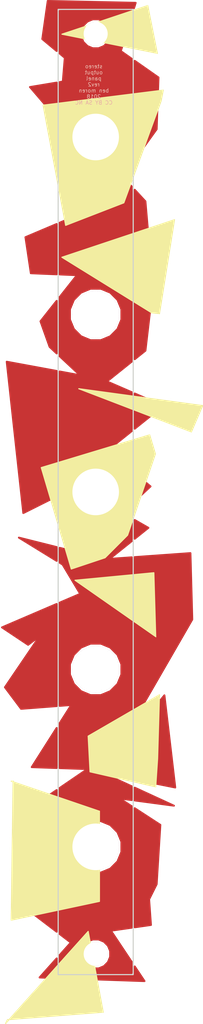
<source format=kicad_pcb>
(kicad_pcb (version 20171130) (host pcbnew "(5.0.0-rc2-47-g52fceb3)")

  (general
    (thickness 1.6)
    (drawings 24)
    (tracks 0)
    (zones 0)
    (modules 8)
    (nets 1)
  )

  (page A4)
  (layers
    (0 F.Cu signal)
    (31 B.Cu signal)
    (32 B.Adhes user)
    (33 F.Adhes user)
    (34 B.Paste user)
    (35 F.Paste user)
    (36 B.SilkS user)
    (37 F.SilkS user)
    (38 B.Mask user)
    (39 F.Mask user)
    (40 Dwgs.User user)
    (41 Cmts.User user)
    (42 Eco1.User user)
    (43 Eco2.User user)
    (44 Edge.Cuts user)
    (45 Margin user)
    (46 B.CrtYd user)
    (47 F.CrtYd user)
    (48 B.Fab user)
    (49 F.Fab user)
  )

  (setup
    (last_trace_width 0.25)
    (trace_clearance 0.2)
    (zone_clearance 0)
    (zone_45_only no)
    (trace_min 0.2)
    (segment_width 0.2)
    (edge_width 0.15)
    (via_size 0.8)
    (via_drill 0.4)
    (via_min_size 0.4)
    (via_min_drill 0.3)
    (uvia_size 0.3)
    (uvia_drill 0.1)
    (uvias_allowed no)
    (uvia_min_size 0.2)
    (uvia_min_drill 0.1)
    (pcb_text_width 0.3)
    (pcb_text_size 1.5 1.5)
    (mod_edge_width 0.15)
    (mod_text_size 1 1)
    (mod_text_width 0.15)
    (pad_size 1.524 1.524)
    (pad_drill 0.762)
    (pad_to_mask_clearance 0.2)
    (aux_axis_origin 0 0)
    (visible_elements FEFFFF7F)
    (pcbplotparams
      (layerselection 0x010fc_ffffffff)
      (usegerberextensions false)
      (usegerberattributes false)
      (usegerberadvancedattributes false)
      (creategerberjobfile false)
      (excludeedgelayer true)
      (linewidth 0.100000)
      (plotframeref false)
      (viasonmask false)
      (mode 1)
      (useauxorigin false)
      (hpglpennumber 1)
      (hpglpenspeed 20)
      (hpglpendiameter 15.000000)
      (psnegative false)
      (psa4output false)
      (plotreference true)
      (plotvalue true)
      (plotinvisibletext false)
      (padsonsilk false)
      (subtractmaskfromsilk false)
      (outputformat 1)
      (mirror false)
      (drillshape 0)
      (scaleselection 1)
      (outputdirectory "/Users/bmoren/Desktop/module developemnt/passive stereo output/PSO_panel_rev1/gerbs/"))
  )

  (net 0 "")

  (net_class Default "This is the default net class."
    (clearance 0.2)
    (trace_width 0.25)
    (via_dia 0.8)
    (via_drill 0.4)
    (uvia_dia 0.3)
    (uvia_drill 0.1)
  )

  (module modular:jack_hole (layer F.Cu) (tedit 5A96C3B0) (tstamp 5B03BF28)
    (at 5 17)
    (descr "module 1 pin (ou trou mecanique de percage)")
    (tags DEV)
    (fp_text reference REF** (at 0 -0.25) (layer F.SilkS)
      (effects (font (size 1 1) (thickness 0.15)))
    )
    (fp_text value 1pin (at 0 0.75) (layer F.Fab)
      (effects (font (size 1 1) (thickness 0.15)))
    )
    (fp_circle (center 0 0) (end 2 0.8) (layer F.Fab) (width 0.1))
    (fp_circle (center 0 0) (end 2.6 0) (layer F.CrtYd) (width 0.05))
    (pad "" thru_hole circle (at 0 -0.01) (size 6.2 6.2) (drill 6.2) (layers *.Cu *.Mask))
  )

  (module modular:jack_hole (layer F.Cu) (tedit 5A96C3B0) (tstamp 5B03BF32)
    (at 5 40.625)
    (descr "module 1 pin (ou trou mecanique de percage)")
    (tags DEV)
    (fp_text reference REF** (at 0 -0.25) (layer F.SilkS)
      (effects (font (size 1 1) (thickness 0.15)))
    )
    (fp_text value 1pin (at 0 0.75) (layer F.Fab)
      (effects (font (size 1 1) (thickness 0.15)))
    )
    (fp_circle (center 0 0) (end 2 0.8) (layer F.Fab) (width 0.1))
    (fp_circle (center 0 0) (end 2.6 0) (layer F.CrtYd) (width 0.05))
    (pad "" thru_hole circle (at 0 -0.01) (size 6.2 6.2) (drill 6.2) (layers *.Cu *.Mask))
  )

  (module modular:jack_hole (layer F.Cu) (tedit 5A96C3B0) (tstamp 5B03BF39)
    (at 5 64.25)
    (descr "module 1 pin (ou trou mecanique de percage)")
    (tags DEV)
    (fp_text reference REF** (at 0 -0.25) (layer F.SilkS)
      (effects (font (size 1 1) (thickness 0.15)))
    )
    (fp_text value 1pin (at 0 0.75) (layer F.Fab)
      (effects (font (size 1 1) (thickness 0.15)))
    )
    (fp_circle (center 0 0) (end 2 0.8) (layer F.Fab) (width 0.1))
    (fp_circle (center 0 0) (end 2.6 0) (layer F.CrtYd) (width 0.05))
    (pad "" thru_hole circle (at 0 -0.01) (size 6.2 6.2) (drill 6.2) (layers *.Cu *.Mask))
  )

  (module modular:jack_hole (layer F.Cu) (tedit 5A96C3B0) (tstamp 5B03BF40)
    (at 5 87.875)
    (descr "module 1 pin (ou trou mecanique de percage)")
    (tags DEV)
    (fp_text reference REF** (at 0 -0.25) (layer F.SilkS)
      (effects (font (size 1 1) (thickness 0.15)))
    )
    (fp_text value 1pin (at 0 0.75) (layer F.Fab)
      (effects (font (size 1 1) (thickness 0.15)))
    )
    (fp_circle (center 0 0) (end 2 0.8) (layer F.Fab) (width 0.1))
    (fp_circle (center 0 0) (end 2.6 0) (layer F.CrtYd) (width 0.05))
    (pad "" thru_hole circle (at 0 -0.01) (size 6.2 6.2) (drill 6.2) (layers *.Cu *.Mask))
  )

  (module modular:jack_hole (layer F.Cu) (tedit 5A96C3B0) (tstamp 5B03BF47)
    (at 5 111.5)
    (descr "module 1 pin (ou trou mecanique de percage)")
    (tags DEV)
    (fp_text reference REF** (at 0 -0.25) (layer F.SilkS)
      (effects (font (size 1 1) (thickness 0.15)))
    )
    (fp_text value 1pin (at 0 0.75) (layer F.Fab)
      (effects (font (size 1 1) (thickness 0.15)))
    )
    (fp_circle (center 0 0) (end 2 0.8) (layer F.Fab) (width 0.1))
    (fp_circle (center 0 0) (end 2.6 0) (layer F.CrtYd) (width 0.05))
    (pad "" thru_hole circle (at 0 -0.01) (size 6.2 6.2) (drill 6.2) (layers *.Cu *.Mask))
  )

  (module modular:1pin_no_silk_outline (layer F.Cu) (tedit 5AAB0C24) (tstamp 5B03FA9E)
    (at 5 3.248)
    (descr "module 1 pin (ou trou mecanique de percage)")
    (tags DEV)
    (fp_text reference REF** (at 0.05588 -0.70358) (layer F.SilkS) hide
      (effects (font (size 0.2 0.2) (thickness 0.05)))
    )
    (fp_text value 1pin (at -0.11176 0.5715) (layer F.Fab) hide
      (effects (font (size 0.2 0.2) (thickness 0.05)))
    )
    (pad "" thru_hole circle (at 0 0) (size 3.2 3.2) (drill 3.2) (layers *.Cu *.Mask))
  )

  (module modular:1pin_no_silk_outline (layer F.Cu) (tedit 5AAB0C24) (tstamp 5B03FAB5)
    (at 5 125.748)
    (descr "module 1 pin (ou trou mecanique de percage)")
    (tags DEV)
    (fp_text reference REF** (at 0.05588 -0.70358) (layer F.SilkS) hide
      (effects (font (size 0.2 0.2) (thickness 0.05)))
    )
    (fp_text value 1pin (at -0.11176 0.5715) (layer F.Fab) hide
      (effects (font (size 0.2 0.2) (thickness 0.05)))
    )
    (pad "" thru_hole circle (at 0 0) (size 3.2 3.2) (drill 3.2) (layers *.Cu *.Mask))
  )

  (module modular:stereo_output_rev1_graphics (layer F.Cu) (tedit 0) (tstamp 5B0436CA)
    (at 5 64.25)
    (fp_text reference G*** (at 0 0) (layer F.SilkS) hide
      (effects (font (size 1.524 1.524) (thickness 0.3)))
    )
    (fp_text value LOGO (at 0.75 0) (layer F.SilkS) hide
      (effects (font (size 1.524 1.524) (thickness 0.3)))
    )
    (fp_poly (pts (xy -3.007084 -57.71506) (xy -2.923892 -57.702445) (xy -2.862627 -57.692586) (xy -2.820073 -57.684627)
      (xy -2.793013 -57.677709) (xy -2.778234 -57.670975) (xy -2.772519 -57.663568) (xy -2.772654 -57.654629)
      (xy -2.773084 -57.65265) (xy -2.777495 -57.628685) (xy -2.784114 -57.586838) (xy -2.791809 -57.534407)
      (xy -2.795394 -57.508776) (xy -2.803742 -57.457846) (xy -2.812813 -57.418087) (xy -2.821209 -57.395028)
      (xy -2.825005 -57.391465) (xy -2.842115 -57.393406) (xy -2.878999 -57.39858) (xy -2.930348 -57.406215)
      (xy -2.990854 -57.415539) (xy -2.995155 -57.416213) (xy -3.066885 -57.426757) (xy -3.120244 -57.432514)
      (xy -3.161747 -57.433771) (xy -3.197912 -57.43082) (xy -3.223755 -57.426361) (xy -3.306285 -57.398837)
      (xy -3.371837 -57.353191) (xy -3.417424 -57.293582) (xy -3.434693 -57.258607) (xy -3.439161 -57.235248)
      (xy -3.432332 -57.214132) (xy -3.430676 -57.211032) (xy -3.415884 -57.194965) (xy -3.383742 -57.166809)
      (xy -3.337565 -57.12924) (xy -3.280668 -57.084935) (xy -3.216366 -57.036571) (xy -3.196642 -57.022049)
      (xy -2.978681 -56.862347) (xy -2.942012 -56.768049) (xy -2.923682 -56.718733) (xy -2.91377 -56.681911)
      (xy -2.910938 -56.64696) (xy -2.913848 -56.603259) (xy -2.917352 -56.57215) (xy -2.923366 -56.527834)
      (xy -2.931182 -56.49204) (xy -2.943454 -56.4583) (xy -2.962839 -56.420143) (xy -2.991991 -56.371099)
      (xy -3.014985 -56.334217) (xy -3.048465 -56.281852) (xy -3.07795 -56.237483) (xy -3.100436 -56.205511)
      (xy -3.112915 -56.19034) (xy -3.113486 -56.189923) (xy -3.12969 -56.183824) (xy -3.164148 -56.173)
      (xy -3.211193 -56.159046) (xy -3.265156 -56.143557) (xy -3.320372 -56.128125) (xy -3.37117 -56.114346)
      (xy -3.411883 -56.103814) (xy -3.436844 -56.098123) (xy -3.4417 -56.097602) (xy -3.455668 -56.099953)
      (xy -3.490699 -56.105605) (xy -3.542765 -56.113917) (xy -3.607839 -56.124245) (xy -3.681892 -56.135946)
      (xy -3.682378 -56.136023) (xy -3.756371 -56.147901) (xy -3.821288 -56.158723) (xy -3.87313 -56.167791)
      (xy -3.907898 -56.174403) (xy -3.921594 -56.177861) (xy -3.921608 -56.177875) (xy -3.921512 -56.19104)
      (xy -3.918214 -56.222865) (xy -3.912596 -56.267244) (xy -3.905541 -56.318072) (xy -3.897934 -56.369245)
      (xy -3.890656 -56.414657) (xy -3.884591 -56.448203) (xy -3.880623 -56.463777) (xy -3.880189 -56.4642)
      (xy -3.867264 -56.462373) (xy -3.83391 -56.457363) (xy -3.784797 -56.44988) (xy -3.724597 -56.440632)
      (xy -3.707078 -56.437929) (xy -3.608799 -56.424551) (xy -3.53045 -56.418548) (xy -3.467548 -56.420276)
      (xy -3.41561 -56.430093) (xy -3.370154 -56.448357) (xy -3.338353 -56.467318) (xy -3.292539 -56.505784)
      (xy -3.258796 -56.549323) (xy -3.240133 -56.592514) (xy -3.23956 -56.629932) (xy -3.243171 -56.638863)
      (xy -3.257492 -56.654313) (xy -3.289176 -56.681919) (xy -3.334944 -56.71904) (xy -3.391516 -56.763035)
      (xy -3.45561 -56.811262) (xy -3.47589 -56.826216) (xy -3.694007 -56.986287) (xy -3.733479 -57.089656)
      (xy -3.752368 -57.140461) (xy -3.763096 -57.176743) (xy -3.766769 -57.207627) (xy -3.764487 -57.24224)
      (xy -3.757527 -57.288646) (xy -3.748947 -57.333679) (xy -3.73749 -57.372496) (xy -3.72018 -57.411947)
      (xy -3.694041 -57.458881) (xy -3.658698 -57.516037) (xy -3.622867 -57.56987) (xy -3.589084 -57.615655)
      (xy -3.561044 -57.648656) (xy -3.543422 -57.663695) (xy -3.518059 -57.673582) (xy -3.474871 -57.687673)
      (xy -3.420627 -57.703836) (xy -3.37939 -57.715327) (xy -3.247229 -57.751071) (xy -3.007084 -57.71506)) (layer F.Mask) (width 0.01))
    (fp_poly (pts (xy -2.512224 -57.63774) (xy -2.476948 -57.633434) (xy -2.42269 -57.626049) (xy -2.352499 -57.616055)
      (xy -2.269425 -57.603919) (xy -2.176518 -57.590109) (xy -2.076825 -57.575093) (xy -1.973398 -57.559339)
      (xy -1.869285 -57.543315) (xy -1.767535 -57.527489) (xy -1.671199 -57.512329) (xy -1.583325 -57.498303)
      (xy -1.506963 -57.485878) (xy -1.445162 -57.475524) (xy -1.400972 -57.467707) (xy -1.377441 -57.462896)
      (xy -1.374428 -57.461861) (xy -1.373579 -57.447612) (xy -1.376028 -57.414677) (xy -1.380926 -57.369428)
      (xy -1.387421 -57.318238) (xy -1.394664 -57.267479) (xy -1.401805 -57.223524) (xy -1.407993 -57.192746)
      (xy -1.411797 -57.181771) (xy -1.4253 -57.182026) (xy -1.459621 -57.185777) (xy -1.510498 -57.192472)
      (xy -1.573674 -57.201561) (xy -1.623595 -57.209156) (xy -1.692806 -57.219626) (xy -1.752632 -57.228135)
      (xy -1.798846 -57.234127) (xy -1.827221 -57.237042) (xy -1.83422 -57.236937) (xy -1.836758 -57.223903)
      (xy -1.842696 -57.188113) (xy -1.851668 -57.13193) (xy -1.863305 -57.057715) (xy -1.877242 -56.967833)
      (xy -1.893109 -56.864644) (xy -1.910539 -56.750513) (xy -1.929165 -56.627801) (xy -1.935659 -56.58485)
      (xy -1.954717 -56.459063) (xy -1.972797 -56.340482) (xy -1.989516 -56.231556) (xy -2.004495 -56.134737)
      (xy -2.017351 -56.052473) (xy -2.027703 -55.987214) (xy -2.035169 -55.94141) (xy -2.039369 -55.917512)
      (xy -2.039951 -55.914925) (xy -2.044647 -55.90423) (xy -2.053967 -55.897736) (xy -2.071914 -55.895449)
      (xy -2.102493 -55.897372) (xy -2.149707 -55.903512) (xy -2.21756 -55.913872) (xy -2.225675 -55.915147)
      (xy -2.278017 -55.924112) (xy -2.319409 -55.932598) (xy -2.344488 -55.939424) (xy -2.3495 -55.9424)
      (xy -2.34764 -55.956083) (xy -2.342296 -55.99253) (xy -2.33382 -56.049396) (xy -2.322566 -56.124338)
      (xy -2.308887 -56.215011) (xy -2.293136 -56.31907) (xy -2.275668 -56.434172) (xy -2.256834 -56.557972)
      (xy -2.248019 -56.615825) (xy -2.228772 -56.74261) (xy -2.210864 -56.861631) (xy -2.194633 -56.970562)
      (xy -2.180419 -57.067078) (xy -2.16856 -57.148853) (xy -2.159395 -57.21356) (xy -2.153263 -57.258875)
      (xy -2.150502 -57.282471) (xy -2.150455 -57.285388) (xy -2.163684 -57.288578) (xy -2.197709 -57.294862)
      (xy -2.248216 -57.303496) (xy -2.310893 -57.313734) (xy -2.355144 -57.320744) (xy -2.423633 -57.331823)
      (xy -2.482979 -57.342094) (xy -2.528779 -57.350741) (xy -2.556628 -57.356949) (xy -2.562967 -57.359234)
      (xy -2.563678 -57.373335) (xy -2.561118 -57.406129) (xy -2.556141 -57.451245) (xy -2.549605 -57.502313)
      (xy -2.542363 -57.552964) (xy -2.535271 -57.596827) (xy -2.529185 -57.627532) (xy -2.525468 -57.638501)
      (xy -2.512224 -57.63774)) (layer F.Mask) (width 0.01))
    (fp_poly (pts (xy -1.097846 -57.426072) (xy -1.062809 -57.421686) (xy -1.008417 -57.414243) (xy -0.937544 -57.404152)
      (xy -0.853062 -57.391819) (xy -0.757846 -57.377653) (xy -0.670388 -57.364442) (xy -0.233175 -57.297951)
      (xy -0.253727 -57.16092) (xy -0.26274 -57.104616) (xy -0.271269 -57.05803) (xy -0.278239 -57.026655)
      (xy -0.282008 -57.01616) (xy -0.295602 -57.016214) (xy -0.329884 -57.019525) (xy -0.380437 -57.025481)
      (xy -0.442846 -57.033472) (xy -0.512695 -57.042886) (xy -0.585567 -57.053112) (xy -0.657047 -57.063538)
      (xy -0.722718 -57.073555) (xy -0.778166 -57.082549) (xy -0.818972 -57.089911) (xy -0.827397 -57.091645)
      (xy -0.837284 -57.089919) (xy -0.845564 -57.07739) (xy -0.853453 -57.05019) (xy -0.862168 -57.004457)
      (xy -0.869777 -56.956966) (xy -0.877921 -56.900587) (xy -0.883615 -56.85413) (xy -0.886277 -56.822899)
      (xy -0.885706 -56.812273) (xy -0.871975 -56.808726) (xy -0.837191 -56.802232) (xy -0.785439 -56.793483)
      (xy -0.720804 -56.783173) (xy -0.652826 -56.772805) (xy -0.580237 -56.761934) (xy -0.517046 -56.752416)
      (xy -0.467245 -56.744857) (xy -0.434826 -56.739862) (xy -0.423768 -56.738047) (xy -0.424202 -56.725745)
      (xy -0.428413 -56.694648) (xy -0.435327 -56.650894) (xy -0.44387 -56.60062) (xy -0.452967 -56.549964)
      (xy -0.461543 -56.505062) (xy -0.468525 -56.472052) (xy -0.472837 -56.457072) (xy -0.472995 -56.456873)
      (xy -0.487393 -56.456244) (xy -0.522726 -56.459139) (xy -0.574844 -56.465089) (xy -0.639597 -56.473626)
      (xy -0.705005 -56.483096) (xy -0.777291 -56.493716) (xy -0.840378 -56.502492) (xy -0.890194 -56.508896)
      (xy -0.922664 -56.512401) (xy -0.933695 -56.512639) (xy -0.937803 -56.498262) (xy -0.944283 -56.46374)
      (xy -0.952459 -56.413889) (xy -0.961659 -56.353526) (xy -0.971208 -56.287468) (xy -0.980434 -56.220533)
      (xy -0.988661 -56.157537) (xy -0.995218 -56.103297) (xy -0.999429 -56.06263) (xy -1.000622 -56.040353)
      (xy -1.000122 -56.037688) (xy -0.985853 -56.033586) (xy -0.950243 -56.026404) (xy -0.897071 -56.016813)
      (xy -0.830115 -56.005488) (xy -0.753157 -55.993101) (xy -0.724595 -55.988645) (xy -0.645018 -55.976037)
      (xy -0.574113 -55.964243) (xy -0.515661 -55.953939) (xy -0.473445 -55.9458) (xy -0.451248 -55.9405)
      (xy -0.44891 -55.939443) (xy -0.448339 -55.925517) (xy -0.450948 -55.892835) (xy -0.455899 -55.847719)
      (xy -0.462354 -55.796494) (xy -0.469475 -55.745482) (xy -0.476426 -55.701008) (xy -0.482369 -55.669395)
      (xy -0.486315 -55.657037) (xy -0.499025 -55.658471) (xy -0.533938 -55.663341) (xy -0.588155 -55.671217)
      (xy -0.658774 -55.681672) (xy -0.742896 -55.694275) (xy -0.837618 -55.7086) (xy -0.917226 -55.720727)
      (xy -1.018501 -55.736377) (xy -1.111657 -55.751109) (xy -1.193748 -55.764431) (xy -1.261829 -55.775852)
      (xy -1.312954 -55.784878) (xy -1.344177 -55.791019) (xy -1.352807 -55.793474) (xy -1.3519 -55.806548)
      (xy -1.347539 -55.842176) (xy -1.340102 -55.8978) (xy -1.32997 -55.970864) (xy -1.31752 -56.058811)
      (xy -1.303133 -56.159086) (xy -1.287186 -56.269133) (xy -1.270058 -56.386394) (xy -1.252129 -56.508313)
      (xy -1.233778 -56.632334) (xy -1.215384 -56.755901) (xy -1.197325 -56.876458) (xy -1.17998 -56.991447)
      (xy -1.163729 -57.098313) (xy -1.148951 -57.1945) (xy -1.136023 -57.27745) (xy -1.125326 -57.344608)
      (xy -1.117238 -57.393418) (xy -1.112139 -57.421322) (xy -1.110653 -57.426992) (xy -1.097846 -57.426072)) (layer F.Mask) (width 0.01))
    (fp_poly (pts (xy 0.13122 -57.233453) (xy 0.166609 -57.229551) (xy 0.220712 -57.222596) (xy 0.290336 -57.213016)
      (xy 0.372289 -57.20124) (xy 0.46338 -57.1877) (xy 0.48533 -57.184375) (xy 0.847382 -57.129337)
      (xy 0.972966 -57.048815) (xy 1.023974 -57.015231) (xy 1.067772 -56.984763) (xy 1.099428 -56.960948)
      (xy 1.113538 -56.948021) (xy 1.122482 -56.928309) (xy 1.135816 -56.889529) (xy 1.151751 -56.837248)
      (xy 1.1685 -56.777037) (xy 1.168821 -56.775829) (xy 1.185639 -56.711183) (xy 1.196363 -56.664227)
      (xy 1.201674 -56.628171) (xy 1.202254 -56.596227) (xy 1.198784 -56.561606) (xy 1.193673 -56.528179)
      (xy 1.183561 -56.475171) (xy 1.170478 -56.43567) (xy 1.149671 -56.399061) (xy 1.116386 -56.354728)
      (xy 1.115504 -56.353619) (xy 1.077581 -56.309073) (xy 1.037518 -56.266901) (xy 1.003749 -56.235963)
      (xy 1.002639 -56.235077) (xy 0.968016 -56.20214) (xy 0.954972 -56.171304) (xy 0.962636 -56.135943)
      (xy 0.984558 -56.097712) (xy 1.004884 -56.061832) (xy 1.028832 -56.012016) (xy 1.051618 -55.958296)
      (xy 1.054171 -55.951741) (xy 1.091725 -55.854214) (xy 1.060212 -55.649863) (xy 1.049598 -55.580368)
      (xy 1.040509 -55.519584) (xy 1.033599 -55.471988) (xy 1.029521 -55.442058) (xy 1.0287 -55.434156)
      (xy 1.027098 -55.428468) (xy 1.019728 -55.425474) (xy 1.002741 -55.425432) (xy 0.972286 -55.428598)
      (xy 0.924516 -55.435229) (xy 0.855581 -55.445582) (xy 0.854075 -55.445812) (xy 0.801207 -55.453456)
      (xy 0.764004 -55.460401) (xy 0.740375 -55.470713) (xy 0.728228 -55.488457) (xy 0.725472 -55.517698)
      (xy 0.730015 -55.562502) (xy 0.739767 -55.626933) (xy 0.744587 -55.658639) (xy 0.755707 -55.749167)
      (xy 0.758329 -55.820511) (xy 0.751911 -55.87761) (xy 0.735913 -55.925401) (xy 0.710698 -55.967578)
      (xy 0.667612 -56.013578) (xy 0.61029 -56.05028) (xy 0.535499 -56.079159) (xy 0.440005 -56.101693)
      (xy 0.402851 -56.108074) (xy 0.334827 -56.117872) (xy 0.289658 -56.121872) (xy 0.265494 -56.120179)
      (xy 0.260203 -56.11617) (xy 0.257162 -56.099985) (xy 0.251016 -56.062529) (xy 0.242368 -56.007661)
      (xy 0.231824 -55.939238) (xy 0.219989 -55.861117) (xy 0.215206 -55.8292) (xy 0.203202 -55.74925)
      (xy 0.192444 -55.67833) (xy 0.183494 -55.620088) (xy 0.176915 -55.578173) (xy 0.173269 -55.556233)
      (xy 0.172751 -55.553857) (xy 0.160185 -55.554424) (xy 0.128537 -55.558389) (xy 0.083752 -55.564814)
      (xy 0.031775 -55.572758) (xy -0.021449 -55.581283) (xy -0.069976 -55.589449) (xy -0.10786 -55.596316)
      (xy -0.129156 -55.600946) (xy -0.131699 -55.601962) (xy -0.130602 -55.615063) (xy -0.125963 -55.650703)
      (xy -0.118173 -55.706324) (xy -0.107621 -55.779371) (xy -0.0947 -55.867289) (xy -0.079799 -55.967522)
      (xy -0.063309 -56.077513) (xy -0.045621 -56.194707) (xy -0.027126 -56.316549) (xy -0.011502 -56.418939)
      (xy 0.308596 -56.418939) (xy 0.321211 -56.416498) (xy 0.352632 -56.411287) (xy 0.396542 -56.404286)
      (xy 0.446627 -56.396475) (xy 0.496569 -56.388833) (xy 0.540053 -56.382339) (xy 0.570762 -56.377974)
      (xy 0.580399 -56.376787) (xy 0.600739 -56.378452) (xy 0.636416 -56.384327) (xy 0.662949 -56.389622)
      (xy 0.74368 -56.417788) (xy 0.808471 -56.46366) (xy 0.854707 -56.525366) (xy 0.855912 -56.5277)
      (xy 0.873177 -56.565938) (xy 0.878535 -56.595929) (xy 0.873739 -56.630841) (xy 0.87113 -56.642)
      (xy 0.846949 -56.709927) (xy 0.809185 -56.764948) (xy 0.755411 -56.808718) (xy 0.683198 -56.84289)
      (xy 0.590119 -56.86912) (xy 0.518046 -56.882572) (xy 0.382042 -56.904258) (xy 0.37532 -56.871554)
      (xy 0.370579 -56.845148) (xy 0.363519 -56.801697) (xy 0.354853 -56.746029) (xy 0.345291 -56.682969)
      (xy 0.335546 -56.617346) (xy 0.326328 -56.553985) (xy 0.318351 -56.497714) (xy 0.312324 -56.45336)
      (xy 0.30896 -56.425749) (xy 0.308596 -56.418939) (xy -0.011502 -56.418939) (xy -0.008214 -56.440482)
      (xy 0.010725 -56.56395) (xy 0.029299 -56.684398) (xy 0.047118 -56.79927) (xy 0.063791 -56.90601)
      (xy 0.078928 -57.002062) (xy 0.092138 -57.084871) (xy 0.10303 -57.151881) (xy 0.111214 -57.200535)
      (xy 0.116298 -57.228278) (xy 0.117736 -57.23387) (xy 0.13122 -57.233453)) (layer F.Mask) (width 0.01))
    (fp_poly (pts (xy 1.590788 -57.015115) (xy 1.62567 -57.010612) (xy 1.678582 -57.003131) (xy 1.746006 -56.993222)
      (xy 1.824422 -56.981433) (xy 1.91031 -56.968312) (xy 2.00015 -56.954409) (xy 2.090423 -56.940272)
      (xy 2.177608 -56.92645) (xy 2.258185 -56.913492) (xy 2.328636 -56.901947) (xy 2.38544 -56.892363)
      (xy 2.425077 -56.885289) (xy 2.444028 -56.881274) (xy 2.445114 -56.880819) (xy 2.445894 -56.866431)
      (xy 2.443115 -56.832282) (xy 2.437316 -56.783678) (xy 2.430131 -56.733086) (xy 2.420522 -56.671884)
      (xy 2.412901 -56.631757) (xy 2.405818 -56.608611) (xy 2.397827 -56.598356) (xy 2.387477 -56.596897)
      (xy 2.382277 -56.597877) (xy 2.352254 -56.60372) (xy 2.304994 -56.611661) (xy 2.24499 -56.621064)
      (xy 2.176734 -56.631294) (xy 2.104719 -56.641717) (xy 2.033435 -56.651697) (xy 1.967375 -56.6606)
      (xy 1.911032 -56.66779) (xy 1.868896 -56.672632) (xy 1.845461 -56.674491) (xy 1.842263 -56.674222)
      (xy 1.837597 -56.660654) (xy 1.830856 -56.628334) (xy 1.82303 -56.583727) (xy 1.815108 -56.533296)
      (xy 1.808081 -56.483504) (xy 1.802939 -56.440814) (xy 1.800672 -56.41169) (xy 1.800917 -56.404288)
      (xy 1.813341 -56.399366) (xy 1.846884 -56.391616) (xy 1.89752 -56.381824) (xy 1.961228 -56.37077)
      (xy 2.026494 -56.36038) (xy 2.098832 -56.349078) (xy 2.162043 -56.33875) (xy 2.212018 -56.330102)
      (xy 2.244649 -56.323845) (xy 2.255781 -56.320852) (xy 2.255714 -56.307627) (xy 2.252644 -56.275536)
      (xy 2.247407 -56.230821) (xy 2.240834 -56.179725) (xy 2.233759 -56.12849) (xy 2.227015 -56.083359)
      (xy 2.221434 -56.050573) (xy 2.217851 -56.036377) (xy 2.217813 -56.036334) (xy 2.205182 -56.037434)
      (xy 2.171456 -56.04196) (xy 2.120623 -56.049333) (xy 2.056669 -56.058976) (xy 1.98725 -56.069736)
      (xy 1.914283 -56.080901) (xy 1.850406 -56.090136) (xy 1.799667 -56.096899) (xy 1.766118 -56.10065)
      (xy 1.753865 -56.100935) (xy 1.750868 -56.088101) (xy 1.744764 -56.054924) (xy 1.736326 -56.006166)
      (xy 1.726326 -55.946585) (xy 1.715538 -55.880941) (xy 1.704734 -55.813995) (xy 1.694689 -55.750505)
      (xy 1.686174 -55.695232) (xy 1.679965 -55.652935) (xy 1.676832 -55.628374) (xy 1.676612 -55.62533)
      (xy 1.688533 -55.621541) (xy 1.722076 -55.614757) (xy 1.773718 -55.605588) (xy 1.839939 -55.594646)
      (xy 1.917217 -55.582543) (xy 1.963006 -55.575634) (xy 2.054944 -55.56184) (xy 2.124701 -55.550944)
      (xy 2.175239 -55.542218) (xy 2.209518 -55.53493) (xy 2.230496 -55.528352) (xy 2.241135 -55.521752)
      (xy 2.244393 -55.5144) (xy 2.243443 -55.506454) (xy 2.239019 -55.48244) (xy 2.23239 -55.44055)
      (xy 2.224689 -55.388092) (xy 2.221106 -55.362475) (xy 2.212977 -55.307253) (xy 2.205931 -55.272667)
      (xy 2.198287 -55.254104) (xy 2.188366 -55.246952) (xy 2.178795 -55.246281) (xy 2.160279 -55.248481)
      (xy 2.119835 -55.25413) (xy 2.060633 -55.262759) (xy 1.985842 -55.273896) (xy 1.898629 -55.287072)
      (xy 1.802164 -55.301816) (xy 1.737005 -55.311862) (xy 1.623961 -55.329412) (xy 1.533554 -55.343695)
      (xy 1.46331 -55.355258) (xy 1.410752 -55.364652) (xy 1.373407 -55.372423) (xy 1.348799 -55.379121)
      (xy 1.334455 -55.385294) (xy 1.327897 -55.391492) (xy 1.326653 -55.398262) (xy 1.327389 -55.402657)
      (xy 1.330312 -55.4196) (xy 1.336689 -55.459446) (xy 1.346181 -55.519983) (xy 1.358445 -55.598998)
      (xy 1.37314 -55.69428) (xy 1.389927 -55.803615) (xy 1.408463 -55.924794) (xy 1.428407 -56.055602)
      (xy 1.44942 -56.193828) (xy 1.453592 -56.221326) (xy 1.474667 -56.359913) (xy 1.49468 -56.49087)
      (xy 1.513301 -56.612072) (xy 1.530197 -56.721392) (xy 1.545037 -56.816705) (xy 1.55749 -56.895883)
      (xy 1.567225 -56.956803) (xy 1.573911 -56.997336) (xy 1.577215 -57.015357) (xy 1.577458 -57.016092)
      (xy 1.590788 -57.015115)) (layer F.Mask) (width 0.01))
    (fp_poly (pts (xy 3.228343 -56.767061) (xy 3.274341 -56.761839) (xy 3.330645 -56.754229) (xy 3.368166 -56.7486)
      (xy 3.424988 -56.739169) (xy 3.468104 -56.729565) (xy 3.505007 -56.716824) (xy 3.543188 -56.697986)
      (xy 3.590137 -56.670089) (xy 3.629601 -56.645254) (xy 3.686734 -56.607094) (xy 3.733342 -56.572214)
      (xy 3.765195 -56.543948) (xy 3.776842 -56.52913) (xy 3.786584 -56.503468) (xy 3.800189 -56.459692)
      (xy 3.815694 -56.40441) (xy 3.828171 -56.35625) (xy 3.863011 -56.21655) (xy 3.804425 -55.836126)
      (xy 3.745838 -55.455701) (xy 3.660867 -55.319002) (xy 3.62537 -55.262282) (xy 3.597418 -55.221698)
      (xy 3.571505 -55.193233) (xy 3.542128 -55.17287) (xy 3.50378 -55.156591) (xy 3.450958 -55.140378)
      (xy 3.394762 -55.124808) (xy 3.330145 -55.108401) (xy 3.275223 -55.098759) (xy 3.222287 -55.095646)
      (xy 3.163626 -55.09883) (xy 3.09153 -55.108078) (xy 3.051082 -55.114409) (xy 3.001038 -55.123099)
      (xy 2.962063 -55.132386) (xy 2.927504 -55.145143) (xy 2.89071 -55.164244) (xy 2.845028 -55.192563)
      (xy 2.797082 -55.224139) (xy 2.66065 -55.31485) (xy 2.574616 -55.63235) (xy 2.587704 -55.718201)
      (xy 2.91282 -55.718201) (xy 2.914406 -55.684954) (xy 2.918722 -55.653082) (xy 2.919358 -55.649413)
      (xy 2.94245 -55.56795) (xy 2.981488 -55.503849) (xy 3.039554 -55.452573) (xy 3.062867 -55.43801)
      (xy 3.101706 -55.41559) (xy 3.127415 -55.403431) (xy 3.149323 -55.399929) (xy 3.176758 -55.403484)
      (xy 3.215649 -55.411768) (xy 3.276732 -55.429239) (xy 3.327678 -55.454872) (xy 3.369919 -55.491164)
      (xy 3.404884 -55.540615) (xy 3.434004 -55.605721) (xy 3.458708 -55.688983) (xy 3.480426 -55.792897)
      (xy 3.498593 -55.906078) (xy 3.510888 -55.993197) (xy 3.519258 -56.059858) (xy 3.524003 -56.110648)
      (xy 3.525424 -56.150154) (xy 3.523823 -56.182965) (xy 3.519499 -56.213667) (xy 3.518965 -56.216603)
      (xy 3.493945 -56.298209) (xy 3.450928 -56.36312) (xy 3.38746 -56.414728) (xy 3.367311 -56.426384)
      (xy 3.326981 -56.447184) (xy 3.298035 -56.457097) (xy 3.269853 -56.457919) (xy 3.231814 -56.45145)
      (xy 3.226142 -56.450281) (xy 3.164222 -56.432832) (xy 3.112517 -56.40681) (xy 3.069586 -56.369742)
      (xy 3.033988 -56.319157) (xy 3.00428 -56.25258) (xy 2.979021 -56.16754) (xy 2.956771 -56.061563)
      (xy 2.940095 -55.959556) (xy 2.9276 -55.873499) (xy 2.9191 -55.807741) (xy 2.914279 -55.757552)
      (xy 2.91282 -55.718201) (xy 2.587704 -55.718201) (xy 2.63334 -56.01754) (xy 2.692064 -56.402729)
      (xy 2.770315 -56.528451) (xy 2.803315 -56.580218) (xy 2.833455 -56.625247) (xy 2.857166 -56.65834)
      (xy 2.869921 -56.673498) (xy 2.891547 -56.685223) (xy 2.931688 -56.700593) (xy 2.984054 -56.717787)
      (xy 3.042355 -56.734987) (xy 3.100301 -56.750371) (xy 3.151601 -56.762121) (xy 3.189965 -56.768417)
      (xy 3.200025 -56.769001) (xy 3.228343 -56.767061)) (layer F.Mask) (width 0.01))
    (fp_poly (pts (xy 2.388229 -41.874791) (xy 2.392476 -41.861405) (xy 2.402611 -41.825176) (xy 2.418171 -41.767856)
      (xy 2.438694 -41.691195) (xy 2.463719 -41.596945) (xy 2.492782 -41.486857) (xy 2.525423 -41.362682)
      (xy 2.561177 -41.226171) (xy 2.599584 -41.079075) (xy 2.640181 -40.923144) (xy 2.682505 -40.760131)
      (xy 2.684017 -40.7543) (xy 2.726447 -40.590655) (xy 2.767141 -40.433721) (xy 2.805638 -40.285282)
      (xy 2.841474 -40.147123) (xy 2.874186 -40.021028) (xy 2.90331 -39.908781) (xy 2.928385 -39.812168)
      (xy 2.948947 -39.732971) (xy 2.964533 -39.672975) (xy 2.97468 -39.633965) (xy 2.978926 -39.617725)
      (xy 2.978946 -39.61765) (xy 2.979585 -39.607929) (xy 2.973604 -39.599219) (xy 2.957743 -39.590245)
      (xy 2.928741 -39.579729) (xy 2.883337 -39.566397) (xy 2.818272 -39.548971) (xy 2.774227 -39.537516)
      (xy 2.704983 -39.519857) (xy 2.644916 -39.505028) (xy 2.598057 -39.493985) (xy 2.56844 -39.487683)
      (xy 2.559853 -39.486716) (xy 2.556155 -39.499464) (xy 2.546813 -39.53415) (xy 2.532524 -39.588118)
      (xy 2.513984 -39.658711) (xy 2.491891 -39.743272) (xy 2.466942 -39.839144) (xy 2.439835 -39.943671)
      (xy 2.43218 -39.97325) (xy 2.404148 -40.081554) (xy 2.377721 -40.183544) (xy 2.353665 -40.276276)
      (xy 2.332743 -40.356805) (xy 2.315722 -40.422187) (xy 2.303367 -40.469477) (xy 2.296442 -40.495731)
      (xy 2.295755 -40.498273) (xy 2.285636 -40.526425) (xy 2.271664 -40.535433) (xy 2.250161 -40.532299)
      (xy 2.221259 -40.522643) (xy 2.205891 -40.513908) (xy 2.200468 -40.499324) (xy 2.190377 -40.463263)
      (xy 2.176449 -40.409046) (xy 2.159514 -40.339993) (xy 2.140404 -40.259427) (xy 2.119949 -40.170666)
      (xy 2.11951 -40.168732) (xy 2.043387 -39.83355) (xy 2.064654 -39.75362) (xy 2.074319 -39.711414)
      (xy 2.078759 -39.679355) (xy 2.077236 -39.665004) (xy 2.061895 -39.658301) (xy 2.02754 -39.647412)
      (xy 1.979092 -39.633585) (xy 1.921471 -39.618068) (xy 1.859599 -39.602109) (xy 1.798396 -39.586956)
      (xy 1.742782 -39.573857) (xy 1.697679 -39.564061) (xy 1.668008 -39.558815) (xy 1.658617 -39.558825)
      (xy 1.653506 -39.574708) (xy 1.64518 -39.607483) (xy 1.637894 -39.639115) (xy 1.632282 -39.661503)
      (xy 1.624715 -39.682586) (xy 1.613198 -39.705048) (xy 1.595739 -39.731575) (xy 1.570344 -39.764851)
      (xy 1.53502 -39.807561) (xy 1.487774 -39.862391) (xy 1.426611 -39.932026) (xy 1.388037 -39.975665)
      (xy 1.31817 -40.054335) (xy 1.262831 -40.115794) (xy 1.219945 -40.162056) (xy 1.18744 -40.195135)
      (xy 1.163242 -40.217043) (xy 1.145277 -40.229795) (xy 1.131472 -40.235403) (xy 1.120013 -40.235913)
      (xy 1.091141 -40.229708) (xy 1.076278 -40.222532) (xy 1.077336 -40.208642) (xy 1.08429 -40.172792)
      (xy 1.096527 -40.117573) (xy 1.113432 -40.045575) (xy 1.134389 -39.959392) (xy 1.158784 -39.861612)
      (xy 1.186001 -39.754828) (xy 1.201444 -39.695145) (xy 1.229888 -39.58459) (xy 1.25578 -39.481624)
      (xy 1.278513 -39.388843) (xy 1.297478 -39.308843) (xy 1.312065 -39.244221) (xy 1.321666 -39.197573)
      (xy 1.325673 -39.171494) (xy 1.325315 -39.166895) (xy 1.309861 -39.160449) (xy 1.274148 -39.149206)
      (xy 1.222578 -39.134444) (xy 1.159555 -39.117438) (xy 1.114589 -39.1058) (xy 0.914729 -39.054912)
      (xy 0.902443 -39.101331) (xy 0.89746 -39.120382) (xy 0.886577 -39.162159) (xy 0.870275 -39.224804)
      (xy 0.849038 -39.30646) (xy 0.823349 -39.405267) (xy 0.793691 -39.519367) (xy 0.760547 -39.646903)
      (xy 0.7244 -39.786016) (xy 0.685732 -39.934847) (xy 0.645028 -40.09154) (xy 0.609778 -40.22725)
      (xy 0.567918 -40.388378) (xy 0.527808 -40.542688) (xy 0.489919 -40.68838) (xy 0.454719 -40.823652)
      (xy 0.422678 -40.946703) (xy 0.394265 -41.055733) (xy 0.36995 -41.14894) (xy 0.350201 -41.224522)
      (xy 0.335489 -41.28068) (xy 0.326282 -41.315611) (xy 0.32312 -41.327318) (xy 0.324557 -41.337809)
      (xy 0.338189 -41.347832) (xy 0.367691 -41.358967) (xy 0.416738 -41.372793) (xy 0.446739 -41.380457)
      (xy 0.576639 -41.41303) (xy 0.659159 -41.36361) (xy 0.722401 -41.318469) (xy 0.789951 -41.257598)
      (xy 0.831214 -41.214229) (xy 0.862 -41.179951) (xy 0.906949 -41.130031) (xy 0.963181 -41.06766)
      (xy 1.027818 -40.996029) (xy 1.097981 -40.91833) (xy 1.170789 -40.837755) (xy 1.206948 -40.797759)
      (xy 1.284735 -40.711585) (xy 1.347194 -40.641853) (xy 1.39613 -40.586256) (xy 1.433348 -40.542482)
      (xy 1.460652 -40.508225) (xy 1.479847 -40.481173) (xy 1.492738 -40.459019) (xy 1.501129 -40.439453)
      (xy 1.506824 -40.420165) (xy 1.50889 -40.4114) (xy 1.518835 -40.37278) (xy 1.531273 -40.347608)
      (xy 1.55254 -40.328022) (xy 1.588972 -40.306161) (xy 1.597525 -40.301435) (xy 1.638282 -40.280043)
      (xy 1.665263 -40.270107) (xy 1.686428 -40.269939) (xy 1.70943 -40.277723) (xy 1.744108 -40.302642)
      (xy 1.778093 -40.345157) (xy 1.783943 -40.354702) (xy 1.802697 -40.388425) (xy 1.811942 -40.414333)
      (xy 1.813086 -40.44229) (xy 1.807542 -40.48216) (xy 1.804582 -40.499064) (xy 1.801104 -40.519553)
      (xy 1.798763 -40.538742) (xy 1.798001 -40.559131) (xy 1.799264 -40.583217) (xy 1.802996 -40.6135)
      (xy 1.809641 -40.652478) (xy 1.819644 -40.702649) (xy 1.833448 -40.766512) (xy 1.851499 -40.846566)
      (xy 1.87424 -40.945309) (xy 1.902117 -41.065239) (xy 1.91548 -41.1226) (xy 1.94645 -41.255032)
      (xy 1.97253 -41.365165) (xy 1.994408 -41.455482) (xy 2.012774 -41.528465) (xy 2.028315 -41.586594)
      (xy 2.041723 -41.632353) (xy 2.053685 -41.668221) (xy 2.06489 -41.696682) (xy 2.076029 -41.720216)
      (xy 2.086849 -41.739715) (xy 2.13246 -41.817079) (xy 2.256504 -41.850556) (xy 2.309215 -41.863733)
      (xy 2.352411 -41.872563) (xy 2.380541 -41.876025) (xy 2.388229 -41.874791)) (layer F.Mask) (width 0.01))
    (fp_poly (pts (xy -0.174827 -41.192771) (xy -0.162035 -41.159197) (xy -0.147212 -41.111262) (xy -0.13373 -41.060632)
      (xy -0.098928 -40.920349) (xy -0.125492 -40.718806) (xy -0.132662 -40.668712) (xy -0.141548 -40.615415)
      (xy -0.152701 -40.556522) (xy -0.16667 -40.48964) (xy -0.184006 -40.412376) (xy -0.205261 -40.322338)
      (xy -0.230984 -40.217133) (xy -0.261727 -40.094369) (xy -0.29804 -39.951652) (xy -0.336378 -39.80247)
      (xy -0.370029 -39.67157) (xy -0.401697 -39.547597) (xy -0.430821 -39.432808) (xy -0.456837 -39.329457)
      (xy -0.479183 -39.239802) (xy -0.497295 -39.166097) (xy -0.510611 -39.110598) (xy -0.518569 -39.075562)
      (xy -0.5207 -39.063651) (xy -0.517567 -39.042904) (xy -0.508984 -39.002979) (xy -0.496182 -38.949203)
      (xy -0.48039 -38.886904) (xy -0.476537 -38.872209) (xy -0.460657 -38.81113) (xy -0.447743 -38.759759)
      (xy -0.438894 -38.722606) (xy -0.43521 -38.70418) (xy -0.435262 -38.702986) (xy -0.447931 -38.699375)
      (xy -0.480619 -38.690748) (xy -0.528719 -38.678304) (xy -0.587622 -38.663242) (xy -0.60325 -38.659271)
      (xy -0.665538 -38.643318) (xy -0.719539 -38.629219) (xy -0.76016 -38.618326) (xy -0.782303 -38.611987)
      (xy -0.784118 -38.611364) (xy -0.801444 -38.61554) (xy -0.805676 -38.622558) (xy -0.811184 -38.6415)
      (xy -0.821461 -38.678993) (xy -0.834869 -38.729009) (xy -0.845309 -38.7685) (xy -0.879152 -38.89725)
      (xy -0.852014 -39.100786) (xy -0.844649 -39.151678) (xy -0.835519 -39.205964) (xy -0.824074 -39.26604)
      (xy -0.809762 -39.334301) (xy -0.792032 -39.413141) (xy -0.770333 -39.504956) (xy -0.744115 -39.612141)
      (xy -0.712827 -39.737092) (xy -0.675917 -39.882202) (xy -0.641038 -40.01804) (xy -0.607436 -40.148957)
      (xy -0.575817 -40.273036) (xy -0.546745 -40.388007) (xy -0.520784 -40.4916) (xy -0.498497 -40.581544)
      (xy -0.480447 -40.655569) (xy -0.467196 -40.711404) (xy -0.45931 -40.746778) (xy -0.45724 -40.758905)
      (xy -0.460404 -40.78094) (xy -0.469032 -40.821967) (xy -0.481875 -40.876483) (xy -0.497684 -40.938984)
      (xy -0.500827 -40.950955) (xy -0.51654 -41.011753) (xy -0.529143 -41.063035) (xy -0.537552 -41.100186)
      (xy -0.540682 -41.118591) (xy -0.540512 -41.119723) (xy -0.52541 -41.125877) (xy -0.491179 -41.136071)
      (xy -0.443385 -41.148945) (xy -0.387591 -41.163141) (xy -0.329364 -41.177302) (xy -0.274268 -41.190069)
      (xy -0.227867 -41.200085) (xy -0.195728 -41.205991) (xy -0.183804 -41.206775) (xy -0.174827 -41.192771)) (layer F.Mask) (width 0.01))
    (fp_poly (pts (xy -2.566835 -40.581704) (xy -2.562076 -40.567828) (xy -2.551508 -40.531286) (xy -2.535647 -40.474015)
      (xy -2.515011 -40.39795) (xy -2.490114 -40.305026) (xy -2.461472 -40.197179) (xy -2.429602 -40.076343)
      (xy -2.39502 -39.944453) (xy -2.358241 -39.803446) (xy -2.319782 -39.655256) (xy -2.318266 -39.6494)
      (xy -2.279767 -39.50101) (xy -2.242946 -39.359755) (xy -2.208315 -39.227566) (xy -2.17639 -39.106376)
      (xy -2.147685 -38.998117) (xy -2.122714 -38.90472) (xy -2.101992 -38.828118) (xy -2.086032 -38.770241)
      (xy -2.07535 -38.733023) (xy -2.070459 -38.718394) (xy -2.070391 -38.718306) (xy -2.05616 -38.718797)
      (xy -2.020505 -38.725182) (xy -1.966528 -38.736756) (xy -1.897331 -38.752813) (xy -1.816019 -38.772649)
      (xy -1.725693 -38.795559) (xy -1.693067 -38.804031) (xy -1.599783 -38.828244) (xy -1.513992 -38.850218)
      (xy -1.438898 -38.869155) (xy -1.377707 -38.884257) (xy -1.333625 -38.894726) (xy -1.309858 -38.899765)
      (xy -1.307049 -38.9001) (xy -1.29692 -38.890839) (xy -1.283954 -38.861984) (xy -1.267582 -38.811927)
      (xy -1.247233 -38.739061) (xy -1.239445 -38.709341) (xy -1.222947 -38.643353) (xy -1.209768 -38.586274)
      (xy -1.200834 -38.542487) (xy -1.197069 -38.516373) (xy -1.197572 -38.511095) (xy -1.211008 -38.506459)
      (xy -1.246123 -38.496299) (xy -1.299986 -38.481381) (xy -1.369667 -38.462472) (xy -1.452236 -38.440337)
      (xy -1.544764 -38.415743) (xy -1.644318 -38.389455) (xy -1.747971 -38.36224) (xy -1.85279 -38.334863)
      (xy -1.955846 -38.30809) (xy -2.054209 -38.282688) (xy -2.144948 -38.259422) (xy -2.225134 -38.239058)
      (xy -2.291835 -38.222363) (xy -2.342122 -38.210102) (xy -2.373065 -38.203041) (xy -2.381541 -38.2016)
      (xy -2.395908 -38.212711) (xy -2.409263 -38.240433) (xy -2.411882 -38.249225) (xy -2.434548 -38.335437)
      (xy -2.461029 -38.436622) (xy -2.490794 -38.550718) (xy -2.523312 -38.675666) (xy -2.55805 -38.809404)
      (xy -2.594479 -38.949873) (xy -2.632066 -39.095011) (xy -2.67028 -39.242759) (xy -2.70859 -39.391054)
      (xy -2.746465 -39.537838) (xy -2.783373 -39.681049) (xy -2.818784 -39.818626) (xy -2.852164 -39.94851)
      (xy -2.882984 -40.068639) (xy -2.910713 -40.176953) (xy -2.934817 -40.271391) (xy -2.954768 -40.349892)
      (xy -2.970032 -40.410397) (xy -2.980079 -40.450845) (xy -2.984377 -40.469174) (xy -2.9845 -40.469999)
      (xy -2.983444 -40.476405) (xy -2.978183 -40.482339) (xy -2.965582 -40.488836) (xy -2.942504 -40.496931)
      (xy -2.905814 -40.507661) (xy -2.852376 -40.522062) (xy -2.779053 -40.541169) (xy -2.733164 -40.553015)
      (xy -2.668182 -40.568686) (xy -2.616158 -40.579069) (xy -2.580986 -40.583495) (xy -2.566835 -40.581704)) (layer F.Mask) (width 0.01))
    (fp_poly (pts (xy -0.309183 -17.775711) (xy -0.272927 -17.76347) (xy -0.218114 -17.744217) (xy -0.147362 -17.71889)
      (xy -0.063289 -17.68843) (xy 0.031487 -17.653776) (xy 0.134349 -17.615867) (xy 0.172969 -17.601561)
      (xy 0.65405 -17.423122) (xy 0.809105 -17.268895) (xy 0.861185 -17.215965) (xy 0.907347 -17.166927)
      (xy 0.944289 -17.125454) (xy 0.968712 -17.095221) (xy 0.976798 -17.082209) (xy 0.981664 -17.058984)
      (xy 0.98709 -17.015367) (xy 0.992593 -16.956341) (xy 0.997693 -16.886894) (xy 1.000811 -16.83385)
      (xy 1.012187 -16.61795) (xy 0.967128 -16.492604) (xy 0.922069 -16.367257) (xy 0.807109 -16.267653)
      (xy 0.746255 -16.218148) (xy 0.685768 -16.174607) (xy 0.632812 -16.142042) (xy 0.614115 -16.132649)
      (xy 0.569494 -16.110437) (xy 0.542806 -16.090779) (xy 0.527826 -16.06839) (xy 0.523034 -16.05534)
      (xy 0.517188 -16.026803) (xy 0.520447 -15.998326) (xy 0.534395 -15.960491) (xy 0.54175 -15.944049)
      (xy 0.558661 -15.897462) (xy 0.575955 -15.832951) (xy 0.591769 -15.757893) (xy 0.59838 -15.719707)
      (xy 0.623247 -15.564746) (xy 0.51979 -15.284898) (xy 0.490216 -15.205456) (xy 0.463243 -15.134059)
      (xy 0.440201 -15.074137) (xy 0.422417 -15.029121) (xy 0.411219 -15.002439) (xy 0.408192 -14.996635)
      (xy 0.394165 -14.998033) (xy 0.360607 -15.007297) (xy 0.31167 -15.023109) (xy 0.251504 -15.044152)
      (xy 0.207089 -15.060479) (xy 0.141481 -15.085367) (xy 0.084349 -15.107645) (xy 0.039898 -15.125623)
      (xy 0.012335 -15.137615) (xy 0.005462 -15.141405) (xy 0.006967 -15.155457) (xy 0.016318 -15.189419)
      (xy 0.032292 -15.239475) (xy 0.053669 -15.301808) (xy 0.079227 -15.372603) (xy 0.080947 -15.377255)
      (xy 0.111569 -15.461123) (xy 0.133932 -15.525879) (xy 0.14925 -15.575976) (xy 0.15874 -15.615868)
      (xy 0.163616 -15.650009) (xy 0.165093 -15.682854) (xy 0.165101 -15.685744) (xy 0.154606 -15.780263)
      (xy 0.12229 -15.864168) (xy 0.066914 -15.939995) (xy 0.018439 -15.985755) (xy -0.016912 -16.01358)
      (xy -0.052817 -16.037246) (xy -0.094603 -16.059464) (xy -0.147598 -16.082945) (xy -0.217132 -16.110401)
      (xy -0.253413 -16.124093) (xy -0.320566 -16.148332) (xy -0.378253 -16.167456) (xy -0.422542 -16.180286)
      (xy -0.449501 -16.185642) (xy -0.455712 -16.184788) (xy -0.46235 -16.170466) (xy -0.476543 -16.135244)
      (xy -0.49716 -16.08209) (xy -0.523067 -16.013972) (xy -0.553129 -15.933857) (xy -0.586215 -15.844712)
      (xy -0.603126 -15.7988) (xy -0.636991 -15.706769) (xy -0.66803 -15.622674) (xy -0.695169 -15.549407)
      (xy -0.717333 -15.489858) (xy -0.733448 -15.446918) (xy -0.74244 -15.423478) (xy -0.743933 -15.419968)
      (xy -0.75633 -15.422485) (xy -0.787629 -15.432471) (xy -0.833069 -15.448164) (xy -0.887889 -15.467799)
      (xy -0.947328 -15.489615) (xy -1.006626 -15.511848) (xy -1.061021 -15.532735) (xy -1.105752 -15.550512)
      (xy -1.136059 -15.563417) (xy -1.146875 -15.569191) (xy -1.144059 -15.582306) (xy -1.132946 -15.617506)
      (xy -1.114147 -15.673085) (xy -1.088273 -15.74734) (xy -1.055935 -15.838568) (xy -1.017744 -15.945066)
      (xy -0.97431 -16.06513) (xy -0.926244 -16.197055) (xy -0.874158 -16.33914) (xy -0.818662 -16.48968)
      (xy -0.781544 -16.589837) (xy -0.296595 -16.589837) (xy -0.296417 -16.586851) (xy -0.281186 -16.579203)
      (xy -0.246794 -16.564633) (xy -0.1979 -16.545038) (xy -0.139165 -16.522315) (xy -0.12065 -16.515296)
      (xy -0.043482 -16.487254) (xy 0.017808 -16.46795) (xy 0.070431 -16.455543) (xy 0.121601 -16.448189)
      (xy 0.1524 -16.445587) (xy 0.202403 -16.441976) (xy 0.242203 -16.438766) (xy 0.265391 -16.436485)
      (xy 0.268449 -16.435991) (xy 0.283132 -16.439923) (xy 0.314202 -16.452328) (xy 0.355187 -16.470606)
      (xy 0.358907 -16.472341) (xy 0.434212 -16.516702) (xy 0.494703 -16.574256) (xy 0.49522 -16.574867)
      (xy 0.52577 -16.613749) (xy 0.543077 -16.646043) (xy 0.551879 -16.683096) (xy 0.555646 -16.719488)
      (xy 0.550944 -16.80733) (xy 0.522052 -16.89044) (xy 0.468583 -16.969633) (xy 0.407038 -17.031426)
      (xy 0.373411 -17.05939) (xy 0.340852 -17.082406) (xy 0.304108 -17.103197) (xy 0.257928 -17.124488)
      (xy 0.19706 -17.149004) (xy 0.135349 -17.172362) (xy 0.070071 -17.196052) (xy 0.013272 -17.21541)
      (xy -0.030895 -17.229121) (xy -0.058273 -17.235868) (xy -0.065133 -17.235862) (xy -0.073588 -17.21988)
      (xy -0.08851 -17.184394) (xy -0.108551 -17.13319) (xy -0.132361 -17.070056) (xy -0.15859 -16.998778)
      (xy -0.185889 -16.923141) (xy -0.212909 -16.846932) (xy -0.238301 -16.773938) (xy -0.260714 -16.707945)
      (xy -0.278801 -16.65274) (xy -0.291211 -16.612109) (xy -0.296595 -16.589837) (xy -0.781544 -16.589837)
      (xy -0.761217 -16.644685) (xy -0.702533 -16.80264) (xy -0.646202 -16.954291) (xy -0.592876 -17.097882)
      (xy -0.543209 -17.231651) (xy -0.497852 -17.353841) (xy -0.457459 -17.462693) (xy -0.422682 -17.556446)
      (xy -0.394175 -17.633343) (xy -0.372589 -17.691623) (xy -0.358578 -17.729529) (xy -0.352875 -17.745075)
      (xy -0.33899 -17.770154) (xy -0.324263 -17.78) (xy -0.309183 -17.775711)) (layer F.Mask) (width 0.01))
    (fp_poly (pts (xy 2.380864 3.684731) (xy 2.38511 3.697776) (xy 2.395198 3.733235) (xy 2.410577 3.789021)
      (xy 2.430695 3.863049) (xy 2.455004 3.95323) (xy 2.482953 4.057477) (xy 2.51399 4.173705)
      (xy 2.547565 4.299826) (xy 2.583128 4.433753) (xy 2.620129 4.5734) (xy 2.658016 4.716679)
      (xy 2.696239 4.861504) (xy 2.734248 5.005787) (xy 2.771492 5.147443) (xy 2.807421 5.284383)
      (xy 2.841484 5.414521) (xy 2.87313 5.535771) (xy 2.90181 5.646045) (xy 2.926972 5.743256)
      (xy 2.948066 5.825318) (xy 2.964541 5.890144) (xy 2.975847 5.935647) (xy 2.981434 5.959739)
      (xy 2.98191 5.963105) (xy 2.966423 5.969656) (xy 2.931753 5.980105) (xy 2.882912 5.993263)
      (xy 2.824915 6.007937) (xy 2.762773 6.022938) (xy 2.7015 6.037073) (xy 2.646109 6.049153)
      (xy 2.601614 6.057987) (xy 2.573028 6.062383) (xy 2.565098 6.062119) (xy 2.559795 6.047896)
      (xy 2.54887 6.011752) (xy 2.533063 5.956357) (xy 2.513109 5.884382) (xy 2.489747 5.798498)
      (xy 2.463714 5.701374) (xy 2.435748 5.59568) (xy 2.425623 5.557096) (xy 2.397138 5.448562)
      (xy 2.370415 5.347236) (xy 2.346187 5.25586) (xy 2.325187 5.177175) (xy 2.308147 5.113925)
      (xy 2.295801 5.06885) (xy 2.288881 5.044694) (xy 2.287904 5.041755) (xy 2.271356 5.028376)
      (xy 2.244404 5.028766) (xy 2.216003 5.040252) (xy 2.195107 5.060161) (xy 2.190624 5.070796)
      (xy 2.186101 5.090615) (xy 2.176943 5.131546) (xy 2.16397 5.189896) (xy 2.148003 5.26197)
      (xy 2.129862 5.344072) (xy 2.114235 5.414939) (xy 2.092992 5.511679) (xy 2.076795 5.587048)
      (xy 2.065187 5.644475) (xy 2.057713 5.687385) (xy 2.053918 5.719208) (xy 2.053347 5.743369)
      (xy 2.055544 5.763295) (xy 2.060053 5.782415) (xy 2.063722 5.79507) (xy 2.074595 5.831727)
      (xy 2.080223 5.858972) (xy 2.077705 5.879284) (xy 2.064143 5.895144) (xy 2.036637 5.909031)
      (xy 1.992287 5.923426) (xy 1.928194 5.940808) (xy 1.877904 5.954007) (xy 1.809432 5.971476)
      (xy 1.749724 5.985659) (xy 1.702995 5.995638) (xy 1.673462 6.000497) (xy 1.665179 6.000278)
      (xy 1.658049 5.984716) (xy 1.647546 5.952173) (xy 1.6383 5.918622) (xy 1.631592 5.895436)
      (xy 1.622802 5.873357) (xy 1.609894 5.849678) (xy 1.590831 5.821691) (xy 1.563578 5.78669)
      (xy 1.526099 5.741966) (xy 1.476359 5.684813) (xy 1.412322 5.612523) (xy 1.385485 5.582392)
      (xy 1.316452 5.505082) (xy 1.26209 5.444769) (xy 1.220229 5.399436) (xy 1.188699 5.367067)
      (xy 1.165331 5.345644) (xy 1.147954 5.333151) (xy 1.1344 5.327569) (xy 1.122498 5.326883)
      (xy 1.112435 5.328561) (xy 1.083953 5.335441) (xy 1.069231 5.340489) (xy 1.069082 5.340609)
      (xy 1.071337 5.353257) (xy 1.079461 5.387879) (xy 1.092802 5.441899) (xy 1.110704 5.512742)
      (xy 1.132516 5.597833) (xy 1.157584 5.694597) (xy 1.185255 5.800459) (xy 1.199257 5.853701)
      (xy 1.228129 5.963699) (xy 1.254871 6.066414) (xy 1.278804 6.159172) (xy 1.299247 6.239297)
      (xy 1.31552 6.304115) (xy 1.326942 6.350952) (xy 1.332834 6.377133) (xy 1.3335 6.381485)
      (xy 1.322212 6.396628) (xy 1.29348 6.410376) (xy 1.285875 6.412635) (xy 1.192513 6.437554)
      (xy 1.108782 6.459514) (xy 1.037739 6.47774) (xy 0.982444 6.491455) (xy 0.945954 6.499886)
      (xy 0.931948 6.502319) (xy 0.9213 6.491132) (xy 0.908093 6.462013) (xy 0.897562 6.429375)
      (xy 0.883707 6.378595) (xy 0.865016 6.309082) (xy 0.842039 6.222941) (xy 0.815324 6.122274)
      (xy 0.78542 6.009182) (xy 0.752878 5.88577) (xy 0.718246 5.754141) (xy 0.682075 5.616396)
      (xy 0.644912 5.474638) (xy 0.607308 5.330972) (xy 0.569811 5.187498) (xy 0.532972 5.046321)
      (xy 0.497339 4.909543) (xy 0.463461 4.779267) (xy 0.431889 4.657595) (xy 0.403171 4.546631)
      (xy 0.377857 4.448477) (xy 0.356496 4.365236) (xy 0.339637 4.299011) (xy 0.32783 4.251905)
      (xy 0.321624 4.22602) (xy 0.320811 4.221555) (xy 0.334193 4.216621) (xy 0.366706 4.206881)
      (xy 0.412899 4.193923) (xy 0.448422 4.184331) (xy 0.571592 4.151548) (xy 0.654634 4.201281)
      (xy 0.678076 4.216582) (xy 0.703868 4.236303) (xy 0.733812 4.262257) (xy 0.769709 4.296255)
      (xy 0.81336 4.340108) (xy 0.866565 4.395627) (xy 0.931127 4.464625) (xy 1.008845 4.548912)
      (xy 1.10152 4.650301) (xy 1.106698 4.655981) (xy 1.184943 4.74215) (xy 1.258037 4.823226)
      (xy 1.324155 4.897143) (xy 1.381473 4.961834) (xy 1.428165 5.015233) (xy 1.462408 5.055275)
      (xy 1.482376 5.079892) (xy 1.486726 5.08635) (xy 1.49683 5.114796) (xy 1.508303 5.154025)
      (xy 1.511148 5.164954) (xy 1.52221 5.197552) (xy 1.539972 5.221497) (xy 1.571142 5.244382)
      (xy 1.592513 5.257035) (xy 1.64813 5.28379) (xy 1.691456 5.290634) (xy 1.727463 5.276292)
      (xy 1.761118 5.239487) (xy 1.780721 5.208709) (xy 1.822765 5.13715) (xy 1.804639 5.066193)
      (xy 1.786513 4.995237) (xy 1.910125 4.450243) (xy 1.940354 4.317431) (xy 1.965808 4.206927)
      (xy 1.987167 4.116232) (xy 2.005111 4.042847) (xy 2.02032 3.984274) (xy 2.033474 3.938012)
      (xy 2.045252 3.901564) (xy 2.056335 3.872429) (xy 2.067401 3.848109) (xy 2.079132 3.826105)
      (xy 2.080615 3.823502) (xy 2.127494 3.741755) (xy 2.250562 3.709626) (xy 2.303079 3.69677)
      (xy 2.345963 3.687876) (xy 2.373638 3.684009) (xy 2.380864 3.684731)) (layer F.Mask) (width 0.01))
    (fp_poly (pts (xy -0.182768 4.359599) (xy -0.176674 4.374159) (xy -0.165779 4.408016) (xy -0.151703 4.455894)
      (xy -0.138251 4.504414) (xy -0.101113 4.64185) (xy -0.127459 4.84505) (xy -0.134533 4.895238)
      (xy -0.14333 4.948802) (xy -0.154386 5.008102) (xy -0.168234 5.075499) (xy -0.185411 5.153352)
      (xy -0.20645 5.244022) (xy -0.231886 5.349869) (xy -0.262256 5.473253) (xy -0.298092 5.616535)
      (xy -0.338617 5.776895) (xy -0.523428 6.505541) (xy -0.476113 6.682385) (xy -0.459615 6.745479)
      (xy -0.446282 6.799253) (xy -0.437162 6.839249) (xy -0.433303 6.86101) (xy -0.433474 6.863615)
      (xy -0.446386 6.867958) (xy -0.478541 6.877212) (xy -0.524588 6.889949) (xy -0.579174 6.904742)
      (xy -0.636946 6.920162) (xy -0.692552 6.934783) (xy -0.740639 6.947176) (xy -0.775854 6.955914)
      (xy -0.792846 6.959569) (xy -0.793325 6.9596) (xy -0.799675 6.948554) (xy -0.808917 6.920701)
      (xy -0.813034 6.905625) (xy -0.823686 6.86478) (xy -0.837718 6.811589) (xy -0.85071 6.76275)
      (xy -0.859601 6.728194) (xy -0.865338 6.699192) (xy -0.867903 6.670333) (xy -0.867276 6.636206)
      (xy -0.863438 6.5914) (xy -0.856369 6.530503) (xy -0.849689 6.477) (xy -0.843022 6.428587)
      (xy -0.834614 6.376665) (xy -0.823941 6.318911) (xy -0.810475 6.253) (xy -0.793692 6.17661)
      (xy -0.773065 6.087415) (xy -0.748069 5.983093) (xy -0.718179 5.861319) (xy -0.682867 5.71977)
      (xy -0.641609 5.556121) (xy -0.639101 5.546212) (xy -0.453297 4.812275) (xy -0.500027 4.633198)
      (xy -0.516203 4.569554) (xy -0.529214 4.515136) (xy -0.538058 4.474409) (xy -0.541729 4.451842)
      (xy -0.541477 4.448842) (xy -0.526484 4.442566) (xy -0.492717 4.432252) (xy -0.445559 4.41924)
      (xy -0.390395 4.40487) (xy -0.332606 4.390481) (xy -0.277576 4.377411) (xy -0.230688 4.367002)
      (xy -0.197325 4.360591) (xy -0.182871 4.359518) (xy -0.182768 4.359599)) (layer F.Mask) (width 0.01))
    (fp_poly (pts (xy -2.564436 4.996651) (xy -2.554655 5.031967) (xy -2.539424 5.088061) (xy -2.519249 5.163038)
      (xy -2.494635 5.255006) (xy -2.466088 5.36207) (xy -2.434113 5.482337) (xy -2.399217 5.613913)
      (xy -2.361904 5.754906) (xy -2.322681 5.90342) (xy -2.316876 5.925424) (xy -2.277443 6.074815)
      (xy -2.239875 6.216921) (xy -2.204676 6.349851) (xy -2.172349 6.471718) (xy -2.143396 6.580632)
      (xy -2.11832 6.674705) (xy -2.097625 6.752047) (xy -2.081812 6.810771) (xy -2.071386 6.848986)
      (xy -2.066848 6.864805) (xy -2.066708 6.865128) (xy -2.054175 6.862623) (xy -2.020056 6.854365)
      (xy -1.967315 6.84111) (xy -1.898917 6.823612) (xy -1.817827 6.802628) (xy -1.72701 6.778913)
      (xy -1.678764 6.766238) (xy -1.584113 6.741496) (xy -1.49762 6.719225) (xy -1.422264 6.700165)
      (xy -1.361025 6.685055) (xy -1.316881 6.674638) (xy -1.292813 6.669652) (xy -1.28924 6.669427)
      (xy -1.282938 6.684454) (xy -1.272515 6.718486) (xy -1.259246 6.766398) (xy -1.244403 6.823068)
      (xy -1.229262 6.88337) (xy -1.215096 6.942182) (xy -1.203179 6.994379) (xy -1.194785 7.034839)
      (xy -1.191187 7.058436) (xy -1.191563 7.062294) (xy -1.205235 7.066935) (xy -1.241025 7.077309)
      (xy -1.296472 7.092747) (xy -1.369116 7.112582) (xy -1.456493 7.136145) (xy -1.556143 7.162769)
      (xy -1.665605 7.191785) (xy -1.77165 7.219702) (xy -1.888454 7.250355) (xy -1.99817 7.279155)
      (xy -2.098263 7.305436) (xy -2.186195 7.32853) (xy -2.25943 7.347773) (xy -2.31543 7.362496)
      (xy -2.351658 7.372034) (xy -2.365221 7.375624) (xy -2.386786 7.372623) (xy -2.393697 7.364265)
      (xy -2.398631 7.347461) (xy -2.409315 7.308582) (xy -2.4252 7.249719) (xy -2.445736 7.172964)
      (xy -2.470376 7.080408) (xy -2.498569 6.97414) (xy -2.529767 6.856253) (xy -2.56342 6.728837)
      (xy -2.59898 6.593983) (xy -2.635898 6.453781) (xy -2.673624 6.310323) (xy -2.711609 6.1657)
      (xy -2.749304 6.022001) (xy -2.786161 5.881319) (xy -2.82163 5.745744) (xy -2.855162 5.617367)
      (xy -2.886209 5.498279) (xy -2.91422 5.39057) (xy -2.938647 5.296332) (xy -2.958941 5.217655)
      (xy -2.974552 5.15663) (xy -2.984933 5.115349) (xy -2.989533 5.095902) (xy -2.989703 5.094637)
      (xy -2.976619 5.089651) (xy -2.944018 5.079887) (xy -2.896795 5.06663) (xy -2.83985 5.051167)
      (xy -2.778079 5.034782) (xy -2.716379 5.01876) (xy -2.659648 5.004389) (xy -2.612784 4.992953)
      (xy -2.580683 4.985737) (xy -2.568261 4.984006) (xy -2.564436 4.996651)) (layer F.Mask) (width 0.01))
    (fp_poly (pts (xy -0.211293 27.833325) (xy -0.175968 27.847318) (xy -0.122657 27.869762) (xy -0.053898 27.899555)
      (xy 0.027775 27.935593) (xy 0.119827 27.976773) (xy 0.219721 28.021994) (xy 0.259203 28.040004)
      (xy 0.727957 28.254283) (xy 0.866289 28.411466) (xy 0.913759 28.466336) (xy 0.955731 28.516596)
      (xy 0.989045 28.55833) (xy 1.010547 28.587621) (xy 1.01666 28.598051) (xy 1.020607 28.62003)
      (xy 1.024041 28.662628) (xy 1.02673 28.721066) (xy 1.028444 28.790566) (xy 1.028959 28.852051)
      (xy 1.029219 29.07665) (xy 0.974984 29.201107) (xy 0.92075 29.325565) (xy 0.79375 29.418488)
      (xy 0.731757 29.461257) (xy 0.670305 29.499121) (xy 0.616602 29.527811) (xy 0.589604 29.539394)
      (xy 0.545281 29.557273) (xy 0.518775 29.574095) (xy 0.50328 29.595031) (xy 0.497189 29.609605)
      (xy 0.489413 29.639143) (xy 0.491089 29.667604) (xy 0.503217 29.705706) (xy 0.507104 29.715728)
      (xy 0.521167 29.764294) (xy 0.53388 29.833406) (xy 0.544397 29.918215) (xy 0.546734 29.942993)
      (xy 0.561179 30.106363) (xy 0.436164 30.381931) (xy 0.400628 30.459131) (xy 0.367956 30.527969)
      (xy 0.339743 30.585256) (xy 0.317582 30.627805) (xy 0.303069 30.652429) (xy 0.29845 30.657313)
      (xy 0.283101 30.652234) (xy 0.248867 30.638316) (xy 0.199934 30.617343) (xy 0.140489 30.591097)
      (xy 0.098425 30.572158) (xy 0.035379 30.542787) (xy -0.018601 30.516163) (xy -0.059638 30.494319)
      (xy -0.083855 30.479286) (xy -0.088742 30.474069) (xy -0.083618 30.458893) (xy -0.069454 30.424493)
      (xy -0.047901 30.374684) (xy -0.020611 30.313279) (xy 0.010764 30.244094) (xy 0.012218 30.240919)
      (xy 0.054689 30.145668) (xy 0.085743 30.068422) (xy 0.106103 30.004871) (xy 0.116488 29.950706)
      (xy 0.117619 29.90162) (xy 0.110218 29.853302) (xy 0.095004 29.801445) (xy 0.088701 29.783667)
      (xy 0.06066 29.72401) (xy 0.020902 29.670128) (xy -0.033343 29.619745) (xy -0.104847 29.570585)
      (xy -0.196378 29.520373) (xy -0.280549 29.480331) (xy -0.342851 29.452973) (xy -0.397083 29.430871)
      (xy -0.439072 29.415591) (xy -0.464648 29.408697) (xy -0.470288 29.409126) (xy -0.477788 29.422906)
      (xy -0.49434 29.456945) (xy -0.518587 29.508334) (xy -0.549173 29.574162) (xy -0.58474 29.651521)
      (xy -0.623931 29.7375) (xy -0.640995 29.77515) (xy -0.681305 29.86386) (xy -0.718574 29.945158)
      (xy -0.751442 30.016135) (xy -0.778549 30.073881) (xy -0.798535 30.115487) (xy -0.810042 30.138042)
      (xy -0.812009 30.141125) (xy -0.826384 30.13977) (xy -0.858687 30.129142) (xy -0.904311 30.111327)
      (xy -0.958653 30.088415) (xy -1.017107 30.062492) (xy -1.075067 30.035647) (xy -1.12793 30.009966)
      (xy -1.17109 29.987537) (xy -1.199942 29.970448) (xy -1.209881 29.960787) (xy -1.209874 29.960756)
      (xy -1.203234 29.943188) (xy -1.186954 29.905018) (xy -1.161944 29.848212) (xy -1.129109 29.77474)
      (xy -1.08936 29.686568) (xy -1.043604 29.585665) (xy -0.992749 29.474) (xy -0.937703 29.353539)
      (xy -0.879375 29.226252) (xy -0.818673 29.094106) (xy -0.779525 29.009069) (xy -0.28575 29.009069)
      (xy -0.274781 29.017994) (xy -0.244422 29.03524) (xy -0.198501 29.05882) (xy -0.140846 29.086749)
      (xy -0.094321 29.108387) (xy -0.018178 29.14262) (xy 0.040211 29.167125) (xy 0.085792 29.183572)
      (xy 0.123512 29.19363) (xy 0.158316 29.198968) (xy 0.178729 29.200538) (xy 0.223154 29.203273)
      (xy 0.257824 29.205861) (xy 0.273816 29.207552) (xy 0.291719 29.20442) (xy 0.325747 29.193858)
      (xy 0.368559 29.178148) (xy 0.368849 29.178034) (xy 0.455303 29.132292) (xy 0.509225 29.088142)
      (xy 0.540806 29.055455) (xy 0.559283 29.028945) (xy 0.569167 28.998824) (xy 0.57497 28.955299)
      (xy 0.576154 28.942879) (xy 0.576378 28.857553) (xy 0.558602 28.781674) (xy 0.520751 28.709941)
      (xy 0.460752 28.637053) (xy 0.453645 28.629691) (xy 0.421069 28.597745) (xy 0.390096 28.571626)
      (xy 0.355526 28.548088) (xy 0.312157 28.523886) (xy 0.254788 28.495773) (xy 0.194177 28.467766)
      (xy 0.131311 28.439362) (xy 0.076578 28.415122) (xy 0.034128 28.396845) (xy 0.008113 28.386332)
      (xy 0.002129 28.3845) (xy -0.00508 28.395495) (xy -0.020932 28.426046) (xy -0.043741 28.472503)
      (xy -0.071826 28.531214) (xy -0.103504 28.598529) (xy -0.137092 28.670796) (xy -0.170907 28.744365)
      (xy -0.203266 28.815585) (xy -0.232487 28.880804) (xy -0.256887 28.936372) (xy -0.274783 28.978639)
      (xy -0.284492 29.003952) (xy -0.28575 29.009069) (xy -0.779525 29.009069) (xy -0.756505 28.959068)
      (xy -0.693778 28.823108) (xy -0.631402 28.688193) (xy -0.570284 28.55629) (xy -0.511333 28.429369)
      (xy -0.455456 28.309397) (xy -0.403562 28.198342) (xy -0.35656 28.098172) (xy -0.315356 28.010855)
      (xy -0.280859 27.938359) (xy -0.253978 27.882653) (xy -0.235621 27.845703) (xy -0.226695 27.829478)
      (xy -0.226098 27.828887) (xy -0.211293 27.833325)) (layer F.Mask) (width 0.01))
    (fp_poly (pts (xy -1.779208 38.788367) (xy -1.735049 38.795456) (xy -1.676389 38.806146) (xy -1.608379 38.819514)
      (xy -1.565573 38.828365) (xy -1.363518 38.87093) (xy -1.188703 38.998497) (xy -1.129699 39.042215)
      (xy -1.077203 39.082353) (xy -1.035011 39.11591) (xy -1.00692 39.139885) (xy -0.997504 39.149607)
      (xy -0.98972 39.169319) (xy -0.978257 39.20945) (xy -0.964253 39.265482) (xy -0.948845 39.332893)
      (xy -0.935369 39.39638) (xy -0.889618 39.619611) (xy -1.003606 40.157429) (xy -1.028182 40.27188)
      (xy -1.051907 40.379519) (xy -1.074132 40.477603) (xy -1.094208 40.56339) (xy -1.111486 40.634139)
      (xy -1.125318 40.687108) (xy -1.135054 40.719554) (xy -1.138607 40.727948) (xy -1.170429 40.775698)
      (xy -1.208835 40.830619) (xy -1.250709 40.88856) (xy -1.292931 40.945371) (xy -1.332385 40.996901)
      (xy -1.365953 41.039002) (xy -1.390517 41.067522) (xy -1.401212 41.077538) (xy -1.420805 41.084985)
      (xy -1.460175 41.09628) (xy -1.514199 41.110248) (xy -1.577755 41.125715) (xy -1.645721 41.141507)
      (xy -1.712975 41.156448) (xy -1.774394 41.169364) (xy -1.824857 41.179079) (xy -1.859242 41.18442)
      (xy -1.869951 41.185041) (xy -1.890542 41.181663) (xy -1.926574 41.17409) (xy -1.9558 41.167367)
      (xy -1.998589 41.157575) (xy -2.057121 41.144691) (xy -2.122251 41.130712) (xy -2.161709 41.122418)
      (xy -2.297767 41.094085) (xy -2.475175 40.963062) (xy -2.534273 40.918571) (xy -2.586622 40.877569)
      (xy -2.62855 40.843057) (xy -2.656389 40.818037) (xy -2.665958 40.807048) (xy -2.672891 40.786718)
      (xy -2.683677 40.746139) (xy -2.697184 40.689969) (xy -2.712282 40.622865) (xy -2.724213 40.567002)
      (xy -2.769094 40.351947) (xy -2.751736 40.269821) (xy -2.289543 40.269821) (xy -2.289508 40.298634)
      (xy -2.28749 40.327552) (xy -2.283958 40.360137) (xy -2.283323 40.365596) (xy -2.265948 40.459255)
      (xy -2.235783 40.535019) (xy -2.189222 40.598583) (xy -2.122659 40.655642) (xy -2.0828 40.682231)
      (xy -2.030889 40.712998) (xy -1.993544 40.730397) (xy -1.96527 40.73664) (xy -1.94945 40.735808)
      (xy -1.914305 40.730659) (xy -1.867723 40.724331) (xy -1.84305 40.721141) (xy -1.759641 40.69799)
      (xy -1.682752 40.651199) (xy -1.614092 40.582069) (xy -1.565068 40.509518) (xy -1.548125 40.479012)
      (xy -1.53386 40.450339) (xy -1.521241 40.419948) (xy -1.509236 40.384292) (xy -1.496815 40.339822)
      (xy -1.482946 40.282991) (xy -1.466597 40.210249) (xy -1.446738 40.118049) (xy -1.434451 40.06015)
      (xy -1.41277 39.957407) (xy -1.395909 39.875942) (xy -1.383396 39.812189) (xy -1.374757 39.762586)
      (xy -1.369518 39.723566) (xy -1.367207 39.691566) (xy -1.367348 39.663021) (xy -1.36947 39.634367)
      (xy -1.373097 39.602039) (xy -1.373331 39.600082) (xy -1.391594 39.506157) (xy -1.42371 39.429392)
      (xy -1.473121 39.364379) (xy -1.543267 39.305708) (xy -1.573372 39.285659) (xy -1.667193 39.226143)
      (xy -1.773831 39.240411) (xy -1.867246 39.259331) (xy -1.942405 39.290604) (xy -2.004925 39.337917)
      (xy -2.060425 39.404956) (xy -2.08633 39.445404) (xy -2.104202 39.475757) (xy -2.118974 39.503177)
      (xy -2.131691 39.531169) (xy -2.143399 39.563235) (xy -2.15514 39.602881) (xy -2.16796 39.653611)
      (xy -2.182903 39.718928) (xy -2.201013 39.802338) (xy -2.221682 39.899542) (xy -2.243453 40.002576)
      (xy -2.26041 40.084329) (xy -2.273027 40.148366) (xy -2.281773 40.198251) (xy -2.287122 40.237548)
      (xy -2.289543 40.269821) (xy -2.751736 40.269821) (xy -2.65435 39.809085) (xy -2.539607 39.266224)
      (xy -2.409629 39.084289) (xy -2.365756 39.023941) (xy -2.325276 38.970222) (xy -2.291111 38.926861)
      (xy -2.266186 38.897588) (xy -2.254783 38.88677) (xy -2.233496 38.87853) (xy -2.192583 38.866761)
      (xy -2.137375 38.852657) (xy -2.073202 38.83741) (xy -2.005395 38.822214) (xy -1.939286 38.808262)
      (xy -1.880205 38.796748) (xy -1.833483 38.788864) (xy -1.804451 38.785805) (xy -1.803709 38.7858)
      (xy -1.779208 38.788367)) (layer F.Mask) (width 0.01))
    (fp_poly (pts (xy -0.341023 39.087864) (xy -0.297415 39.096273) (xy -0.296038 39.096585) (xy -0.25144 39.106473)
      (xy -0.191343 39.11945) (xy -0.125134 39.1335) (xy -0.085725 39.141742) (xy -0.025493 39.154729)
      (xy 0.013985 39.164905) (xy 0.036944 39.173995) (xy 0.047622 39.18372) (xy 0.050255 39.195804)
      (xy 0.050243 39.19703) (xy 0.047561 39.214076) (xy 0.040035 39.253684) (xy 0.028133 39.313577)
      (xy 0.012321 39.391481) (xy -0.006932 39.485119) (xy -0.029158 39.592214) (xy -0.053891 39.71049)
      (xy -0.080661 39.837672) (xy -0.105332 39.9542) (xy -0.26035 40.68445) (xy -0.247097 40.79875)
      (xy -0.230491 40.889658) (xy -0.201805 40.962939) (xy -0.157415 41.024121) (xy -0.093695 41.078731)
      (xy -0.041074 41.112796) (xy 0.05715 41.171302) (xy 0.159 41.155886) (xy 0.249706 41.136155)
      (xy 0.322396 41.105125) (xy 0.382763 41.058895) (xy 0.436502 40.993565) (xy 0.46722 40.9448)
      (xy 0.530258 40.83685) (xy 0.686171 40.0939) (xy 0.714248 39.960358) (xy 0.740843 39.834349)
      (xy 0.76549 39.718046) (xy 0.787724 39.613622) (xy 0.80708 39.523249) (xy 0.823092 39.449102)
      (xy 0.835294 39.393353) (xy 0.843223 39.358175) (xy 0.846393 39.345757) (xy 0.859619 39.346457)
      (xy 0.893535 39.351669) (xy 0.94398 39.360657) (xy 1.006792 39.372691) (xy 1.06035 39.383444)
      (xy 1.140266 39.400269) (xy 1.198124 39.413734) (xy 1.236905 39.424741) (xy 1.259593 39.434187)
      (xy 1.26917 39.442975) (xy 1.27 39.44671) (xy 1.267429 39.462328) (xy 1.260008 39.500692)
      (xy 1.248168 39.559704) (xy 1.232344 39.637264) (xy 1.212969 39.731275) (xy 1.190475 39.839638)
      (xy 1.165297 39.960255) (xy 1.137867 40.091028) (xy 1.108619 40.229857) (xy 1.093887 40.299564)
      (xy 0.917775 41.132032) (xy 0.788588 41.314548) (xy 0.744775 41.375066) (xy 0.70401 41.428834)
      (xy 0.669266 41.472122) (xy 0.643516 41.501202) (xy 0.631325 41.511764) (xy 0.612023 41.518254)
      (xy 0.573321 41.52866) (xy 0.520236 41.541846) (xy 0.457789 41.556672) (xy 0.390997 41.572002)
      (xy 0.324879 41.586698) (xy 0.264454 41.599622) (xy 0.214741 41.609636) (xy 0.180757 41.615602)
      (xy 0.168399 41.616714) (xy 0.153372 41.613716) (xy 0.117817 41.606159) (xy 0.066007 41.594963)
      (xy 0.002217 41.581052) (xy -0.052291 41.569089) (xy -0.263332 41.52265) (xy -0.440244 41.393271)
      (xy -0.499527 41.348859) (xy -0.552116 41.307473) (xy -0.59427 41.272214) (xy -0.622252 41.246181)
      (xy -0.631715 41.234521) (xy -0.63907 41.212568) (xy -0.650148 41.170533) (xy -0.663784 41.113258)
      (xy -0.67881 41.045585) (xy -0.689626 40.994155) (xy -0.732979 40.783161) (xy -0.556485 39.946405)
      (xy -0.526462 39.804198) (xy -0.4979 39.669168) (xy -0.471241 39.54339) (xy -0.446927 39.428941)
      (xy -0.425403 39.327898) (xy -0.40711 39.242336) (xy -0.392491 39.174333) (xy -0.381989 39.125963)
      (xy -0.376046 39.099304) (xy -0.374909 39.094723) (xy -0.365303 39.087384) (xy -0.341023 39.087864)) (layer F.Mask) (width 0.01))
    (fp_poly (pts (xy 1.593043 39.501807) (xy 1.628316 39.508256) (xy 1.683381 39.519) (xy 1.75572 39.533508)
      (xy 1.842816 39.551248) (xy 1.942151 39.571689) (xy 2.051207 39.5943) (xy 2.167464 39.61855)
      (xy 2.288407 39.643907) (xy 2.411516 39.669839) (xy 2.534274 39.695817) (xy 2.654162 39.721308)
      (xy 2.768663 39.745782) (xy 2.875259 39.768706) (xy 2.971431 39.78955) (xy 3.054662 39.807783)
      (xy 3.122433 39.822872) (xy 3.172227 39.834288) (xy 3.201526 39.841498) (xy 3.208492 39.843759)
      (xy 3.208365 39.857903) (xy 3.203545 39.892502) (xy 3.194766 39.943197) (xy 3.182763 40.00563)
      (xy 3.17405 40.048194) (xy 3.158314 40.122347) (xy 3.146299 40.175043) (xy 3.136779 40.209739)
      (xy 3.128529 40.22989) (xy 3.120324 40.238953) (xy 3.110938 40.240384) (xy 3.10623 40.239514)
      (xy 3.054293 40.227728) (xy 2.990205 40.213816) (xy 2.918055 40.198598) (xy 2.841933 40.182891)
      (xy 2.765931 40.167515) (xy 2.694136 40.153288) (xy 2.630641 40.14103) (xy 2.579534 40.131558)
      (xy 2.544905 40.125693) (xy 2.530845 40.124252) (xy 2.530761 40.124305) (xy 2.527309 40.13732)
      (xy 2.519044 40.173267) (xy 2.506383 40.230221) (xy 2.48974 40.30626) (xy 2.469532 40.399458)
      (xy 2.446174 40.507891) (xy 2.420082 40.629636) (xy 2.39167 40.762768) (xy 2.361355 40.905363)
      (xy 2.329553 41.055497) (xy 2.32566 41.07391) (xy 2.288286 41.250519) (xy 2.255707 41.403879)
      (xy 2.227538 41.53561) (xy 2.203396 41.64733) (xy 2.182897 41.740658) (xy 2.165658 41.817212)
      (xy 2.151294 41.87861) (xy 2.139421 41.926472) (xy 2.129657 41.962415) (xy 2.121616 41.988059)
      (xy 2.114916 42.005021) (xy 2.109173 42.01492) (xy 2.104002 42.019376) (xy 2.101288 42.02009)
      (xy 2.080543 42.0182) (xy 2.04009 42.011563) (xy 1.984977 42.00111) (xy 1.920252 41.987768)
      (xy 1.889243 41.98105) (xy 1.823775 41.966375) (xy 1.767649 41.953274) (xy 1.725291 41.942821)
      (xy 1.701131 41.93609) (xy 1.697261 41.93446) (xy 1.699069 41.921479) (xy 1.705783 41.885577)
      (xy 1.71701 41.828674) (xy 1.732352 41.75269) (xy 1.751417 41.659544) (xy 1.773807 41.551156)
      (xy 1.799129 41.429446) (xy 1.826987 41.296334) (xy 1.856986 41.153739) (xy 1.888731 41.003581)
      (xy 1.893115 40.9829) (xy 1.925021 40.831807) (xy 1.95514 40.687958) (xy 1.983084 40.553281)
      (xy 2.008465 40.429699) (xy 2.030896 40.319141) (xy 2.04999 40.223531) (xy 2.065358 40.144797)
      (xy 2.076614 40.084864) (xy 2.083369 40.045659) (xy 2.085237 40.029107) (xy 2.085097 40.028716)
      (xy 2.070698 40.023929) (xy 2.035012 40.014872) (xy 1.981635 40.002373) (xy 1.914162 39.987263)
      (xy 1.836189 39.970371) (xy 1.787525 39.960074) (xy 1.68531 39.938091) (xy 1.606782 39.919942)
      (xy 1.550579 39.905261) (xy 1.515338 39.893679) (xy 1.499696 39.884832) (xy 1.4986 39.882314)
      (xy 1.501116 39.863554) (xy 1.507908 39.826456) (xy 1.517841 39.776344) (xy 1.529778 39.718544)
      (xy 1.542584 39.658382) (xy 1.555123 39.601184) (xy 1.566261 39.552274) (xy 1.574861 39.516979)
      (xy 1.579788 39.500625) (xy 1.580081 39.500184) (xy 1.593043 39.501807)) (layer F.Mask) (width 0.01))
    (fp_poly (pts (xy 4.014602 55.115633) (xy 4.019309 55.131207) (xy 4.025339 55.165108) (xy 4.031928 55.210896)
      (xy 4.038314 55.26213) (xy 4.043734 55.312369) (xy 4.047423 55.355171) (xy 4.04862 55.384097)
      (xy 4.047439 55.392793) (xy 4.033568 55.39626) (xy 3.998869 55.402213) (xy 3.947719 55.409975)
      (xy 3.884493 55.418871) (xy 3.840187 55.424786) (xy 3.77162 55.433998) (xy 3.712397 55.442415)
      (xy 3.666879 55.449379) (xy 3.639429 55.454234) (xy 3.633367 55.455923) (xy 3.633976 55.469052)
      (xy 3.637637 55.505023) (xy 3.644065 55.561496) (xy 3.652975 55.636132) (xy 3.664081 55.726593)
      (xy 3.677098 55.830541) (xy 3.691741 55.945636) (xy 3.707725 56.06954) (xy 3.71523 56.127169)
      (xy 3.731657 56.254417) (xy 3.74673 56.374044) (xy 3.760177 56.483691) (xy 3.771726 56.580999)
      (xy 3.781106 56.66361) (xy 3.788045 56.729165) (xy 3.792272 56.775305) (xy 3.793515 56.799671)
      (xy 3.793044 56.802889) (xy 3.777181 56.808471) (xy 3.742626 56.81587) (xy 3.695924 56.824064)
      (xy 3.643625 56.832029) (xy 3.592276 56.838744) (xy 3.548423 56.843187) (xy 3.527425 56.844363)
      (xy 3.50193 56.841976) (xy 3.492095 56.835675) (xy 3.490038 56.814062) (xy 3.484975 56.771142)
      (xy 3.477293 56.70976) (xy 3.467378 56.632763) (xy 3.455619 56.542995) (xy 3.442402 56.443302)
      (xy 3.428114 56.336531) (xy 3.413142 56.225525) (xy 3.397874 56.113131) (xy 3.382695 56.002195)
      (xy 3.367994 55.895562) (xy 3.354157 55.796077) (xy 3.341571 55.706587) (xy 3.330624 55.629936)
      (xy 3.321702 55.568971) (xy 3.315192 55.526536) (xy 3.311482 55.505478) (xy 3.31093 55.503697)
      (xy 3.296351 55.502541) (xy 3.2616 55.504383) (xy 3.211662 55.508686) (xy 3.151517 55.514911)
      (xy 3.086147 55.522523) (xy 3.020535 55.530983) (xy 2.959663 55.539755) (xy 2.925994 55.545199)
      (xy 2.886538 55.551944) (xy 2.870279 55.410794) (xy 2.864292 55.353771) (xy 2.860437 55.306625)
      (xy 2.859079 55.274697) (xy 2.860213 55.263453) (xy 2.874319 55.259949) (xy 2.910449 55.253846)
      (xy 2.965537 55.245536) (xy 3.036518 55.235411) (xy 3.120325 55.223864) (xy 3.213895 55.211288)
      (xy 3.314161 55.198074) (xy 3.418058 55.184616) (xy 3.522521 55.171307) (xy 3.624484 55.158538)
      (xy 3.720882 55.146702) (xy 3.80865 55.136191) (xy 3.884722 55.127399) (xy 3.946032 55.120718)
      (xy 3.989517 55.116539) (xy 4.012109 55.115257) (xy 4.014602 55.115633)) (layer F.Mask) (width 0.01))
    (fp_poly (pts (xy 2.642395 55.289279) (xy 2.644168 55.301498) (xy 2.648943 55.336463) (xy 2.656393 55.391736)
      (xy 2.666195 55.464882) (xy 2.678021 55.553465) (xy 2.691546 55.655048) (xy 2.706444 55.767195)
      (xy 2.72239 55.88747) (xy 2.723082 55.8927) (xy 2.802974 56.49595) (xy 2.759525 56.64835)
      (xy 2.741104 56.708766) (xy 2.722817 56.76148) (xy 2.706745 56.800922) (xy 2.694969 56.821523)
      (xy 2.694712 56.821783) (xy 2.675557 56.83656) (xy 2.639813 56.860673) (xy 2.592813 56.890625)
      (xy 2.54635 56.919054) (xy 2.490691 56.951981) (xy 2.448866 56.974335) (xy 2.413073 56.988846)
      (xy 2.375508 56.998245) (xy 2.328369 57.005262) (xy 2.286 57.010163) (xy 2.228854 57.016753)
      (xy 2.180018 57.022782) (xy 2.145733 57.027457) (xy 2.1336 57.029531) (xy 2.114531 57.02772)
      (xy 2.076788 57.019456) (xy 2.025871 57.006077) (xy 1.9685 56.989298) (xy 1.909383 56.970156)
      (xy 1.857824 56.951544) (xy 1.819536 56.93565) (xy 1.800648 56.92505) (xy 1.785706 56.906632)
      (xy 1.761635 56.871397) (xy 1.731887 56.824589) (xy 1.703136 56.776939) (xy 1.627426 56.64835)
      (xy 1.549126 56.047344) (xy 1.533528 55.926865) (xy 1.519144 55.814297) (xy 1.506274 55.7121)
      (xy 1.495219 55.622732) (xy 1.486281 55.548654) (xy 1.479759 55.492324) (xy 1.475955 55.456202)
      (xy 1.475169 55.442748) (xy 1.475188 55.442725) (xy 1.489252 55.439365) (xy 1.5222 55.434087)
      (xy 1.567942 55.427652) (xy 1.620385 55.420822) (xy 1.673438 55.414358) (xy 1.721009 55.409024)
      (xy 1.757007 55.405579) (xy 1.77534 55.404787) (xy 1.776414 55.405057) (xy 1.779015 55.418092)
      (xy 1.784479 55.453682) (xy 1.79244 55.509184) (xy 1.802534 55.58196) (xy 1.814398 55.669367)
      (xy 1.827668 55.768767) (xy 1.841979 55.877518) (xy 1.849264 55.933447) (xy 1.866219 56.063429)
      (xy 1.880483 56.170844) (xy 1.892521 56.25833) (xy 1.902801 56.328522) (xy 1.911789 56.384058)
      (xy 1.91995 56.427574) (xy 1.927752 56.461706) (xy 1.935659 56.489092) (xy 1.944139 56.512368)
      (xy 1.953658 56.53417) (xy 1.956587 56.5404) (xy 1.999861 56.612482) (xy 2.052731 56.663095)
      (xy 2.119458 56.695598) (xy 2.168979 56.708006) (xy 2.21217 56.714906) (xy 2.242303 56.714351)
      (xy 2.271119 56.704382) (xy 2.30697 56.684977) (xy 2.374269 56.638299) (xy 2.420471 56.585063)
      (xy 2.44986 56.519634) (xy 2.458529 56.485721) (xy 2.462467 56.465189) (xy 2.465161 56.444155)
      (xy 2.466386 56.420024) (xy 2.46592 56.390202) (xy 2.463538 56.352093) (xy 2.459015 56.303104)
      (xy 2.452129 56.24064) (xy 2.442655 56.162106) (xy 2.43037 56.064908) (xy 2.415049 55.94645)
      (xy 2.406008 55.877119) (xy 2.391249 55.763868) (xy 2.377565 55.658408) (xy 2.365299 55.563407)
      (xy 2.354792 55.481531) (xy 2.346385 55.41545) (xy 2.34042 55.367828) (xy 2.33724 55.341334)
      (xy 2.3368 55.33679) (xy 2.34841 55.332721) (xy 2.379313 55.326277) (xy 2.423613 55.318373)
      (xy 2.475418 55.309926) (xy 2.528833 55.301852) (xy 2.577964 55.295068) (xy 2.616919 55.290489)
      (xy 2.639802 55.289032) (xy 2.642395 55.289279)) (layer F.Mask) (width 0.01))
    (fp_poly (pts (xy 0.951392 55.569016) (xy 1.009521 55.587583) (xy 1.059421 55.604782) (xy 1.095636 55.61865)
      (xy 1.11245 55.626996) (xy 1.124931 55.642706) (xy 1.147004 55.675596) (xy 1.175553 55.720856)
      (xy 1.20746 55.773673) (xy 1.207484 55.773713) (xy 1.240821 55.830737) (xy 1.263806 55.87383)
      (xy 1.279158 55.91084) (xy 1.289599 55.949614) (xy 1.297848 55.998001) (xy 1.305779 56.057277)
      (xy 1.325154 56.207498) (xy 1.283269 56.358074) (xy 1.259421 56.436879) (xy 1.237801 56.494261)
      (xy 1.219046 56.528601) (xy 1.2142 56.53405) (xy 1.19223 56.550952) (xy 1.15417 56.576715)
      (xy 1.1059 56.607458) (xy 1.066583 56.631423) (xy 0.94615 56.703396) (xy 0.744512 56.729344)
      (xy 0.675804 56.738522) (xy 0.616324 56.747106) (xy 0.570474 56.75441) (xy 0.542658 56.759747)
      (xy 0.536375 56.761791) (xy 0.535832 56.77588) (xy 0.538333 56.810975) (xy 0.543471 56.862917)
      (xy 0.55084 56.927547) (xy 0.5588 56.99125) (xy 0.567775 57.063592) (xy 0.574851 57.126908)
      (xy 0.579625 57.177031) (xy 0.581697 57.209797) (xy 0.580977 57.220955) (xy 0.566696 57.225159)
      (xy 0.533585 57.231627) (xy 0.488006 57.23938) (xy 0.436322 57.247436) (xy 0.384893 57.254817)
      (xy 0.340083 57.260542) (xy 0.308253 57.263631) (xy 0.3022 57.263897) (xy 0.283477 57.253027)
      (xy 0.273556 57.223025) (xy 0.27003 57.199299) (xy 0.263804 57.154219) (xy 0.255211 57.090364)
      (xy 0.244583 57.010312) (xy 0.232252 56.916643) (xy 0.218551 56.811934) (xy 0.203811 56.698766)
      (xy 0.188366 56.579717) (xy 0.172547 56.457365) (xy 0.156687 56.334291) (xy 0.141118 56.213072)
      (xy 0.126172 56.096287) (xy 0.112182 55.986516) (xy 0.09948 55.886337) (xy 0.097355 55.869456)
      (xy 0.412124 55.869456) (xy 0.452173 56.163653) (xy 0.463558 56.24701) (xy 0.473816 56.321592)
      (xy 0.482451 56.383839) (xy 0.488969 56.430194) (xy 0.492874 56.457099) (xy 0.493761 56.462438)
      (xy 0.505812 56.463615) (xy 0.533147 56.460359) (xy 0.536575 56.459773) (xy 0.571584 56.454618)
      (xy 0.620027 56.448688) (xy 0.6604 56.444385) (xy 0.716927 56.433834) (xy 0.778134 56.414504)
      (xy 0.836389 56.389614) (xy 0.884055 56.362382) (xy 0.911656 56.338454) (xy 0.946005 56.291172)
      (xy 0.967491 56.247249) (xy 0.982426 56.193384) (xy 0.984005 56.185973) (xy 0.991852 56.142355)
      (xy 0.992412 56.109984) (xy 0.984505 56.077054) (xy 0.969098 56.037003) (xy 0.927151 55.961225)
      (xy 0.871689 55.902577) (xy 0.806085 55.864256) (xy 0.777318 55.855228) (xy 0.739297 55.846596)
      (xy 0.707915 55.841595) (xy 0.676356 55.840174) (xy 0.637807 55.842287) (xy 0.585451 55.847883)
      (xy 0.539437 55.853536) (xy 0.412124 55.869456) (xy 0.097355 55.869456) (xy 0.088398 55.79833)
      (xy 0.079269 55.725072) (xy 0.072424 55.669144) (xy 0.068197 55.633123) (xy 0.06692 55.619589)
      (xy 0.066938 55.61955) (xy 0.079778 55.617586) (xy 0.114666 55.612856) (xy 0.168447 55.605771)
      (xy 0.23797 55.596744) (xy 0.32008 55.586184) (xy 0.411625 55.574504) (xy 0.43815 55.571136)
      (xy 0.80645 55.524412) (xy 0.951392 55.569016)) (layer F.Mask) (width 0.01))
    (fp_poly (pts (xy -0.189098 55.661733) (xy -0.184391 55.677307) (xy -0.178361 55.711208) (xy -0.171772 55.756996)
      (xy -0.165386 55.80823) (xy -0.159966 55.858469) (xy -0.156277 55.901271) (xy -0.15508 55.930197)
      (xy -0.156261 55.938893) (xy -0.170132 55.94236) (xy -0.204831 55.948313) (xy -0.255981 55.956075)
      (xy -0.319207 55.964971) (xy -0.363513 55.970886) (xy -0.43208 55.980098) (xy -0.491303 55.988515)
      (xy -0.536821 55.995479) (xy -0.564271 56.000334) (xy -0.570333 56.002023) (xy -0.569724 56.015152)
      (xy -0.566063 56.051123) (xy -0.559635 56.107596) (xy -0.550725 56.182232) (xy -0.539619 56.272693)
      (xy -0.526602 56.376641) (xy -0.511959 56.491736) (xy -0.495975 56.61564) (xy -0.48847 56.673269)
      (xy -0.472043 56.800517) (xy -0.45697 56.920144) (xy -0.443523 57.029791) (xy -0.431974 57.127099)
      (xy -0.422594 57.20971) (xy -0.415655 57.275265) (xy -0.411428 57.321405) (xy -0.410185 57.345771)
      (xy -0.410656 57.348989) (xy -0.426519 57.354571) (xy -0.461074 57.36197) (xy -0.507776 57.370164)
      (xy -0.560075 57.378129) (xy -0.611424 57.384844) (xy -0.655277 57.389287) (xy -0.676275 57.390463)
      (xy -0.70177 57.388076) (xy -0.711605 57.381775) (xy -0.713662 57.360162) (xy -0.718725 57.317242)
      (xy -0.726407 57.25586) (xy -0.736322 57.178863) (xy -0.748081 57.089095) (xy -0.761298 56.989402)
      (xy -0.775586 56.882631) (xy -0.790558 56.771625) (xy -0.805826 56.659231) (xy -0.821005 56.548295)
      (xy -0.835706 56.441662) (xy -0.849543 56.342177) (xy -0.862129 56.252687) (xy -0.873076 56.176036)
      (xy -0.881998 56.115071) (xy -0.888508 56.072636) (xy -0.892218 56.051578) (xy -0.89277 56.049797)
      (xy -0.907349 56.048641) (xy -0.9421 56.050483) (xy -0.992038 56.054786) (xy -1.052183 56.061011)
      (xy -1.117553 56.068623) (xy -1.183165 56.077083) (xy -1.244037 56.085855) (xy -1.277706 56.091299)
      (xy -1.317162 56.098044) (xy -1.333421 55.956894) (xy -1.339408 55.899871) (xy -1.343263 55.852725)
      (xy -1.344621 55.820797) (xy -1.343487 55.809553) (xy -1.329381 55.806049) (xy -1.293251 55.799946)
      (xy -1.238163 55.791636) (xy -1.167182 55.781511) (xy -1.083375 55.769964) (xy -0.989805 55.757388)
      (xy -0.889539 55.744174) (xy -0.785642 55.730716) (xy -0.681179 55.717407) (xy -0.579216 55.704638)
      (xy -0.482818 55.692802) (xy -0.39505 55.682291) (xy -0.318978 55.673499) (xy -0.257668 55.666818)
      (xy -0.214183 55.662639) (xy -0.191591 55.661357) (xy -0.189098 55.661733)) (layer F.Mask) (width 0.01))
    (fp_poly (pts (xy -1.561305 55.835379) (xy -1.559532 55.847598) (xy -1.554757 55.882563) (xy -1.547307 55.937836)
      (xy -1.537505 56.010982) (xy -1.525679 56.099565) (xy -1.512154 56.201148) (xy -1.497256 56.313295)
      (xy -1.48131 56.43357) (xy -1.480618 56.4388) (xy -1.400726 57.04205) (xy -1.444175 57.19445)
      (xy -1.462596 57.254866) (xy -1.480883 57.30758) (xy -1.496955 57.347022) (xy -1.508731 57.367623)
      (xy -1.508988 57.367883) (xy -1.528143 57.38266) (xy -1.563887 57.406773) (xy -1.610887 57.436725)
      (xy -1.65735 57.465154) (xy -1.713009 57.498081) (xy -1.754834 57.520435) (xy -1.790627 57.534946)
      (xy -1.828192 57.544345) (xy -1.875331 57.551362) (xy -1.9177 57.556263) (xy -1.974846 57.562853)
      (xy -2.023682 57.568882) (xy -2.057967 57.573557) (xy -2.0701 57.575631) (xy -2.089169 57.57382)
      (xy -2.126912 57.565556) (xy -2.177829 57.552177) (xy -2.2352 57.535398) (xy -2.294317 57.516256)
      (xy -2.345876 57.497644) (xy -2.384164 57.48175) (xy -2.403052 57.47115) (xy -2.417994 57.452732)
      (xy -2.442065 57.417497) (xy -2.471813 57.370689) (xy -2.500564 57.323039) (xy -2.576274 57.19445)
      (xy -2.654574 56.593444) (xy -2.670172 56.472965) (xy -2.684556 56.360397) (xy -2.697426 56.2582)
      (xy -2.708481 56.168832) (xy -2.717419 56.094754) (xy -2.723941 56.038424) (xy -2.727745 56.002302)
      (xy -2.728531 55.988848) (xy -2.728512 55.988825) (xy -2.714448 55.985465) (xy -2.6815 55.980187)
      (xy -2.635758 55.973752) (xy -2.583315 55.966922) (xy -2.530262 55.960458) (xy -2.482691 55.955124)
      (xy -2.446693 55.951679) (xy -2.42836 55.950887) (xy -2.427286 55.951157) (xy -2.424685 55.964192)
      (xy -2.419221 55.999782) (xy -2.41126 56.055284) (xy -2.401166 56.12806) (xy -2.389302 56.215467)
      (xy -2.376032 56.314867) (xy -2.361721 56.423618) (xy -2.354436 56.479547) (xy -2.337481 56.609529)
      (xy -2.323217 56.716944) (xy -2.311179 56.80443) (xy -2.300899 56.874622) (xy -2.291911 56.930158)
      (xy -2.28375 56.973674) (xy -2.275948 57.007806) (xy -2.268041 57.035192) (xy -2.259561 57.058468)
      (xy -2.250042 57.08027) (xy -2.247113 57.0865) (xy -2.203839 57.158582) (xy -2.150969 57.209195)
      (xy -2.084242 57.241698) (xy -2.034721 57.254106) (xy -1.99153 57.261006) (xy -1.961397 57.260451)
      (xy -1.932581 57.250482) (xy -1.89673 57.231077) (xy -1.829431 57.184399) (xy -1.783229 57.131163)
      (xy -1.75384 57.065734) (xy -1.745171 57.031821) (xy -1.741233 57.011289) (xy -1.738539 56.990255)
      (xy -1.737314 56.966124) (xy -1.73778 56.936302) (xy -1.740162 56.898193) (xy -1.744685 56.849204)
      (xy -1.751571 56.78674) (xy -1.761045 56.708206) (xy -1.77333 56.611008) (xy -1.788651 56.49255)
      (xy -1.797692 56.423219) (xy -1.812451 56.309968) (xy -1.826135 56.204508) (xy -1.838401 56.109507)
      (xy -1.848908 56.027631) (xy -1.857315 55.96155) (xy -1.86328 55.913928) (xy -1.86646 55.887434)
      (xy -1.8669 55.88289) (xy -1.85529 55.878821) (xy -1.824387 55.872377) (xy -1.780087 55.864473)
      (xy -1.728282 55.856026) (xy -1.674867 55.847952) (xy -1.625736 55.841168) (xy -1.586781 55.836589)
      (xy -1.563898 55.835132) (xy -1.561305 55.835379)) (layer F.Mask) (width 0.01))
    (fp_poly (pts (xy -3.301956 56.120407) (xy -3.244488 56.138248) (xy -3.193688 56.154924) (xy -3.155998 56.168271)
      (xy -3.140209 56.174792) (xy -3.12284 56.190912) (xy -3.09663 56.224302) (xy -3.065145 56.270074)
      (xy -3.032259 56.322819) (xy -2.95275 56.456689) (xy -2.90055 56.844619) (xy -2.84835 57.23255)
      (xy -2.891887 57.38495) (xy -2.91034 57.445362) (xy -2.928654 57.498073) (xy -2.944744 57.537515)
      (xy -2.956528 57.55812) (xy -2.956788 57.558383) (xy -2.975943 57.57316) (xy -3.011687 57.597273)
      (xy -3.058687 57.627225) (xy -3.10515 57.655654) (xy -3.160809 57.688581) (xy -3.202634 57.710935)
      (xy -3.238427 57.725446) (xy -3.275992 57.734845) (xy -3.323131 57.741862) (xy -3.3655 57.746763)
      (xy -3.422646 57.753353) (xy -3.471482 57.759382) (xy -3.505767 57.764057) (xy -3.5179 57.766131)
      (xy -3.536969 57.76432) (xy -3.574712 57.756056) (xy -3.625629 57.742677) (xy -3.683 57.725898)
      (xy -3.742117 57.706756) (xy -3.793676 57.688144) (xy -3.831964 57.67225) (xy -3.850852 57.66165)
      (xy -3.865792 57.64323) (xy -3.889856 57.60799) (xy -3.919592 57.561178) (xy -3.948321 57.513539)
      (xy -4.023988 57.38495) (xy -4.074132 57.000647) (xy -4.1138 56.696629) (xy -3.789727 56.696629)
      (xy -3.78922 56.73457) (xy -3.785665 56.783095) (xy -3.778822 56.846708) (xy -3.768449 56.929907)
      (xy -3.765576 56.952001) (xy -3.753438 57.041608) (xy -3.742864 57.110642) (xy -3.73283 57.163799)
      (xy -3.722315 57.205774) (xy -3.710294 57.241261) (xy -3.695746 57.274957) (xy -3.694782 57.277)
      (xy -3.648272 57.352716) (xy -3.59069 57.40602) (xy -3.520994 57.437832) (xy -3.509599 57.440768)
      (xy -3.455982 57.450896) (xy -3.41521 57.450465) (xy -3.376455 57.438126) (xy -3.341459 57.419823)
      (xy -3.274326 57.372525) (xy -3.228344 57.317303) (xy -3.199377 57.248662) (xy -3.192889 57.222321)
      (xy -3.187305 57.192603) (xy -3.184127 57.163486) (xy -3.183568 57.130492) (xy -3.185842 57.089141)
      (xy -3.191161 57.034957) (xy -3.199739 56.963461) (xy -3.20841 56.896) (xy -3.226198 56.773728)
      (xy -3.245453 56.67422) (xy -3.267638 56.594837) (xy -3.294217 56.532944) (xy -3.326651 56.485903)
      (xy -3.366404 56.451078) (xy -3.414938 56.42583) (xy -3.473716 56.407525) (xy -3.480227 56.405971)
      (xy -3.522718 56.39675) (xy -3.551574 56.394807) (xy -3.577533 56.401714) (xy -3.611333 56.419038)
      (xy -3.625978 56.427275) (xy -3.697274 56.477574) (xy -3.746587 56.537025) (xy -3.776753 56.609383)
      (xy -3.782559 56.634501) (xy -3.787426 56.664773) (xy -3.789727 56.696629) (xy -4.1138 56.696629)
      (xy -4.124276 56.616345) (xy -4.082802 56.472434) (xy -4.061443 56.400379) (xy -4.044126 56.348577)
      (xy -4.028674 56.312654) (xy -4.012912 56.288234) (xy -3.994666 56.270945) (xy -3.97683 56.259314)
      (xy -3.95061 56.243643) (xy -3.910231 56.2191) (xy -3.86312 56.190204) (xy -3.8481 56.18094)
      (xy -3.806645 56.156047) (xy -3.772475 56.138474) (xy -3.738698 56.126056) (xy -3.698424 56.116628)
      (xy -3.64476 56.108027) (xy -3.594056 56.101142) (xy -3.435261 56.080177) (xy -3.301956 56.120407)) (layer F.Mask) (width 0.01))
  )

  (gr_poly (pts (xy 11.938 -0.508) (xy 0.508 3.302) (xy 13.208 5.842)) (layer F.SilkS) (width 0.15))
  (gr_poly (pts (xy 13.5 91.25) (xy 4 96.75) (xy 4.25 101.5) (xy 13 103.5) (xy 13.25 99.75)) (layer F.SilkS) (width 0.15))
  (gr_poly (pts (xy -0.75 -0.75) (xy 7 0.25) (xy -1 3.25)) (layer F.Mask) (width 0.15))
  (gr_poly (pts (xy 19.25 52.75) (xy 2.75 50.5) (xy 17.75 56.25)) (layer F.SilkS) (width 0.15))
  (gr_poly (pts (xy -3.75 96) (xy 4.5 98.75) (xy -6.5 100.25) (xy -3.5 96)) (layer F.Mask) (width 0.15))
  (gr_poly (pts (xy 14.25 104.75) (xy 6.25 107) (xy 6.25 118.75) (xy 17.25 117.25) (xy 14.25 104.5)) (layer F.Mask) (width 0.15))
  (gr_poly (pts (xy -6.25 102.75) (xy 5.5 106.75) (xy 5.5 118.75) (xy -6.25 121.25) (xy -6 102.75)) (layer F.SilkS) (width 0.15))
  (gr_poly (pts (xy 12.75 75) (xy 2.25 76) (xy 13 83.5)) (layer F.SilkS) (width 0.15))
  (gr_poly (pts (xy -2.25 81.75) (xy 11 76) (xy 11.25 90.25) (xy 8 92.25) (xy -1.75 90.75)) (layer F.Mask) (width 0.15))
  (gr_poly (pts (xy -3 49.5) (xy 9.25 53) (xy -2.25 64.25)) (layer F.Mask) (width 0.15))
  (gr_poly (pts (xy 12.192 56.642) (xy -2.25 61) (xy 1.75 74.5) (xy 6.25 73) (xy 9.25 70) (xy 12.954 59.182)) (layer F.SilkS) (width 0.15))
  (gr_poly (pts (xy -3 30.5) (xy -2.75 33) (xy 7.5 26.25)) (layer F.Mask) (width 0.15))
  (gr_poly (pts (xy 15.5 28) (xy 0.5 33) (xy 12.446 40.386) (xy 13.5 40.5)) (layer F.SilkS) (width 0.15))
  (gr_poly (pts (xy 3.5 35.25) (xy 11.25 35.5) (xy 10.75 44.75) (xy 1.75 46.25) (xy -1 42.5)) (layer F.Mask) (width 0.15))
  (gr_poly (pts (xy 7.5 133) (xy 5.5 122.75) (xy 11.5 131) (xy 7.5 132.25)) (layer F.Mask) (width 0.15))
  (gr_poly (pts (xy -7 135) (xy 4 122.75) (xy 6 133.5) (xy -6.75 134.5)) (layer F.SilkS) (width 0.15))
  (gr_text "stereo\noutput\npanel\nrev2\nben moren\n2018\nCC BY SA NC" (at 4.75 10) (layer B.SilkS)
    (effects (font (size 0.5 0.5) (thickness 0.075)) (justify mirror))
  )
  (gr_poly (pts (xy -2.75 9.25) (xy 1 11.5) (xy -3.5 15) (xy -2.75 9)) (layer F.Mask) (width 0.15))
  (gr_poly (pts (xy 13.75 14.5) (xy 5 11.25) (xy 15 11.25)) (layer F.Mask) (width 0.15))
  (gr_poly (pts (xy 14 10.75) (xy -2 12.75) (xy 1 28.75) (xy 8.75 25.75) (xy 13.716 12.192)) (layer F.SilkS) (width 0.15))
  (gr_line (start 10 0) (end 10 128.5) (layer Edge.Cuts) (width 0.15) (tstamp 5B038386))
  (gr_line (start 0 128.5) (end 10 128.5) (layer Edge.Cuts) (width 0.15) (tstamp 5B038350))
  (gr_line (start 0 0) (end 0 128.5) (layer Edge.Cuts) (width 0.15))
  (gr_line (start 0 0) (end 10 0) (layer Edge.Cuts) (width 0.15))

  (zone (net 0) (net_name "") (layer F.Cu) (tstamp 0) (hatch edge 0.508)
    (connect_pads (clearance 0))
    (min_thickness 0.254)
    (fill yes (arc_segments 16) (thermal_gap 0) (thermal_bridge_width 0.508))
    (polygon
      (pts
        (xy -1.5 -1.25) (xy -2.25 4) (xy 0.75 6.5) (xy 0.5 9.5) (xy -4 10.25)
        (xy 0.5 15.5) (xy 2 22) (xy 0.5 24.5) (xy 2 27.5) (xy -4.5 30.25)
        (xy -3.75 35.25) (xy 2.25 35.5) (xy -2.5 41.5) (xy -1.25 45) (xy 2.5 48.5)
        (xy -7 46.75) (xy -4.75 67.25) (xy 1.25 64.25) (xy 1 71.75) (xy -6 70)
        (xy 0.5 74) (xy 2.75 77.75) (xy -7.75 82.25) (xy -4 84.75) (xy -3 84)
        (xy -7.25 90.25) (xy -5 93.25) (xy 1.5 92.75) (xy -3.75 101) (xy 3.5 101.25)
        (xy -2 105) (xy 3 106.75) (xy -3.25 110.25) (xy 4 117) (xy -3.75 120.25)
        (xy 1.5 124.25) (xy -2.75 129) (xy 11.75 129.5) (xy 7.25 122.75) (xy 12.5 122)
        (xy 12.25 118.5) (xy 13.25 116.5) (xy 13.75 108.5) (xy 8.75 105.25) (xy 16.25 106.25)
        (xy 7 102) (xy 15.75 103.75) (xy 14.25 91) (xy 7.75 99) (xy 18 81.25)
        (xy 17.75 72.25) (xy 7.25 73) (xy 12.25 69) (xy 8.75 67) (xy 12.5 63.5)
        (xy 6.75 58.75) (xy 14.25 52.75) (xy 6.75 49.5) (xy 11.75 45.5) (xy 12.75 37)
        (xy 11.75 25.5) (xy 8.75 22.25) (xy 13.25 16) (xy 13.5 9) (xy 8.5 5.5)
        (xy 10.5 -1)
      )
    )
    (filled_polygon
      (pts
        (xy -0.201999 128.480102) (xy -0.205957 128.5) (xy -0.190279 128.578816) (xy -0.145634 128.645634) (xy -0.078816 128.690279)
        (xy -0.019893 128.702) (xy -0.019892 128.702) (xy 0 128.705957) (xy 0.019893 128.702) (xy 9.980108 128.702)
        (xy 10 128.705957) (xy 10.078816 128.690279) (xy 10.145634 128.645634) (xy 10.190279 128.578816) (xy 10.202 128.519893)
        (xy 10.205957 128.5) (xy 10.202 128.480107) (xy 10.202 127.406952) (xy 11.507063 129.364547) (xy -2.474389 128.882428)
        (xy -0.201999 126.342698)
      )
    )
    (filled_polygon
      (pts
        (xy 9.798 0.849653) (xy 8.378616 5.462651) (xy 8.373563 5.511946) (xy 8.387759 5.559422) (xy 8.42717 5.604042)
        (xy 9.798 6.563623) (xy 9.798 20.577091) (xy 8.646935 22.175793) (xy 8.626383 22.220883) (xy 8.62465 22.270406)
        (xy 8.65668 22.336142) (xy 9.798 23.572572) (xy 9.798 46.898961) (xy 6.670664 49.40083) (xy 6.638752 49.438739)
        (xy 6.623777 49.485975) (xy 6.628018 49.535346) (xy 6.65083 49.579336) (xy 6.699504 49.61653) (xy 9.798 50.959212)
        (xy 9.798 56.148961) (xy 6.670664 58.65083) (xy 6.638752 58.688739) (xy 6.623777 58.735975) (xy 6.628018 58.785346)
        (xy 6.65083 58.829336) (xy 6.669116 58.847912) (xy 9.798 61.432643) (xy 9.798001 65.848145) (xy 8.663346 66.907156)
        (xy 8.634412 66.947385) (xy 8.623075 66.995623) (xy 8.631062 67.044528) (xy 8.657156 67.086654) (xy 8.68699 67.110267)
        (xy 9.798001 67.74513) (xy 9.798001 70.798961) (xy 7.170664 72.90083) (xy 7.138752 72.938739) (xy 7.123777 72.985975)
        (xy 7.128018 73.035346) (xy 7.15083 73.079336) (xy 7.188739 73.111248) (xy 7.259048 73.126677) (xy 9.798001 72.945323)
        (xy 9.798001 95.1995) (xy 7.64002 98.936491) (xy 7.624088 98.983412) (xy 7.627325 99.032859) (xy 7.649237 99.077304)
        (xy 7.686491 99.10998) (xy 7.733412 99.125912) (xy 7.782859 99.122675) (xy 7.827304 99.100763) (xy 7.848566 99.080085)
        (xy 9.798001 96.680781) (xy 9.798001 102.430085) (xy 7.024907 101.875466) (xy 6.975354 101.875414) (xy 6.929553 101.89433)
        (xy 6.894477 101.929332) (xy 6.875466 101.975093) (xy 6.875414 102.024646) (xy 6.89433 102.070447) (xy 6.946977 102.115402)
        (xy 9.798001 103.425332) (xy 9.798001 105.261609) (xy 8.766785 105.124114) (xy 8.717333 105.127273) (xy 8.672854 105.149117)
        (xy 8.64012 105.186318) (xy 8.624114 105.233215) (xy 8.627273 105.282667) (xy 8.649117 105.327146) (xy 8.680786 105.356482)
        (xy 9.798001 106.082672) (xy 9.798001 122.25771) (xy 7.232039 122.624276) (xy 7.185294 122.64072) (xy 7.1484 122.6738)
        (xy 7.126973 122.718481) (xy 7.124276 122.767961) (xy 7.14433 122.820447) (xy 9.798001 126.800954) (xy 9.798001 128.298)
        (xy 0.202 128.298) (xy 0.202 125.89117) (xy 0.673055 125.364696) (xy 3.073 125.364696) (xy 3.073 126.131304)
        (xy 3.366368 126.839558) (xy 3.908442 127.381632) (xy 4.616696 127.675) (xy 5.383304 127.675) (xy 6.091558 127.381632)
        (xy 6.633632 126.839558) (xy 6.927 126.131304) (xy 6.927 125.364696) (xy 6.633632 124.656442) (xy 6.091558 124.114368)
        (xy 5.383304 123.821) (xy 4.616696 123.821) (xy 3.908442 124.114368) (xy 3.366368 124.656442) (xy 3.073 125.364696)
        (xy 0.673055 125.364696) (xy 1.594646 124.334683) (xy 1.619848 124.292018) (xy 1.626804 124.242955) (xy 1.614456 124.194966)
        (xy 1.576967 124.14898) (xy 0.202 123.101386) (xy 0.202 118.730425) (xy 4.049114 117.117119) (xy 4.090195 117.089408)
        (xy 4.117544 117.048086) (xy 4.126999 116.999444) (xy 4.117119 116.950886) (xy 4.08654 116.907049) (xy 0.202 113.290408)
        (xy 0.202 110.808327) (xy 1.573 110.808327) (xy 1.573 112.171673) (xy 2.09473 113.43124) (xy 3.05876 114.39527)
        (xy 4.318327 114.917) (xy 5.681673 114.917) (xy 6.94124 114.39527) (xy 7.90527 113.43124) (xy 8.427 112.171673)
        (xy 8.427 110.808327) (xy 7.90527 109.54876) (xy 6.94124 108.58473) (xy 5.681673 108.063) (xy 4.318327 108.063)
        (xy 3.05876 108.58473) (xy 2.09473 109.54876) (xy 1.573 110.808327) (xy 0.202 110.808327) (xy 0.202 108.462438)
        (xy 3.062053 106.860808) (xy 3.099734 106.828627) (xy 3.122231 106.784475) (xy 3.12612 106.735075) (xy 3.110808 106.687947)
        (xy 3.078627 106.650266) (xy 3.041955 106.63013) (xy 0.202 105.636146) (xy 0.202 103.652347) (xy 3.571544 101.354931)
        (xy 3.606253 101.319565) (xy 3.624786 101.273608) (xy 3.624322 101.224057) (xy 3.604931 101.178456) (xy 3.569565 101.143747)
        (xy 3.504377 101.123075) (xy 0.202 101.0092) (xy 0.202 95.026268) (xy 1.607145 92.818183) (xy 1.625082 92.77199)
        (xy 1.623976 92.72245) (xy 1.603996 92.677103) (xy 1.568183 92.642855) (xy 1.52199 92.624918) (xy 1.49026 92.623374)
        (xy 0.202 92.722471) (xy 0.202 87.183327) (xy 1.573 87.183327) (xy 1.573 88.546673) (xy 2.09473 89.80624)
        (xy 3.05876 90.77027) (xy 4.318327 91.292) (xy 5.681673 91.292) (xy 6.94124 90.77027) (xy 7.90527 89.80624)
        (xy 8.427 88.546673) (xy 8.427 87.183327) (xy 7.90527 85.92376) (xy 6.94124 84.95973) (xy 5.681673 84.438)
        (xy 4.318327 84.438) (xy 3.05876 84.95973) (xy 2.09473 85.92376) (xy 1.573 87.183327) (xy 0.202 87.183327)
        (xy 0.202 78.980172) (xy 2.800028 77.866731) (xy 2.840891 77.838701) (xy 2.867917 77.797167) (xy 2.876991 77.748452)
        (xy 2.858902 77.684659) (xy 0.608902 73.934659) (xy 0.56656 73.891839) (xy 0.202 73.667494) (xy 0.202 71.681409)
        (xy 0.969198 71.873208) (xy 1.018692 71.875617) (xy 1.065341 71.858902) (xy 1.102042 71.825607) (xy 1.123208 71.780802)
        (xy 1.12693 71.754231) (xy 1.37693 64.254231) (xy 1.368887 64.205335) (xy 1.342744 64.163239) (xy 1.302483 64.134352)
        (xy 1.254231 64.12307) (xy 1.193204 64.136408) (xy 0.202 64.63201) (xy 0.202 63.558327) (xy 1.573 63.558327)
        (xy 1.573 64.921673) (xy 2.09473 66.18124) (xy 3.05876 67.14527) (xy 4.318327 67.667) (xy 5.681673 67.667)
        (xy 6.94124 67.14527) (xy 7.90527 66.18124) (xy 8.427 64.921673) (xy 8.427 63.558327) (xy 7.90527 62.29876)
        (xy 6.94124 61.33473) (xy 5.681673 60.813) (xy 4.318327 60.813) (xy 3.05876 61.33473) (xy 2.09473 62.29876)
        (xy 1.573 63.558327) (xy 0.202 63.558327) (xy 0.202 48.205822) (xy 2.476992 48.624899) (xy 2.52654 48.624196)
        (xy 2.572048 48.604585) (xy 2.606587 48.569053) (xy 2.624899 48.523008) (xy 2.624196 48.47346) (xy 2.604585 48.427952)
        (xy 2.586654 48.407156) (xy 0.202 46.181479) (xy 0.202 39.933327) (xy 1.573 39.933327) (xy 1.573 41.296673)
        (xy 2.09473 42.55624) (xy 3.05876 43.52027) (xy 4.318327 44.042) (xy 5.681673 44.042) (xy 6.94124 43.52027)
        (xy 7.90527 42.55624) (xy 8.427 41.296673) (xy 8.427 39.933327) (xy 7.90527 38.67376) (xy 6.94124 37.70973)
        (xy 5.681673 37.188) (xy 4.318327 37.188) (xy 3.05876 37.70973) (xy 2.09473 38.67376) (xy 1.573 39.933327)
        (xy 0.202 39.933327) (xy 0.202 38.291554) (xy 2.349574 35.578829) (xy 2.372161 35.534724) (xy 2.37615 35.485331)
        (xy 2.360934 35.438172) (xy 2.328829 35.400426) (xy 2.284724 35.377839) (xy 2.255287 35.37311) (xy 0.202 35.287556)
        (xy 0.202 28.398591) (xy 2.049484 27.616963) (xy 2.090477 27.589123) (xy 2.117696 27.547715) (xy 2.126996 27.499042)
        (xy 2.113592 27.443204) (xy 0.64477 24.505561) (xy 2.108902 22.065341) (xy 2.125617 22.018692) (xy 2.123748 21.971443)
        (xy 0.816876 16.308327) (xy 1.573 16.308327) (xy 1.573 17.671673) (xy 2.09473 18.93124) (xy 3.05876 19.89527)
        (xy 4.318327 20.417) (xy 5.681673 20.417) (xy 6.94124 19.89527) (xy 7.90527 18.93124) (xy 8.427 17.671673)
        (xy 8.427 16.308327) (xy 7.90527 15.04876) (xy 6.94124 14.08473) (xy 5.681673 13.563) (xy 4.318327 13.563)
        (xy 3.05876 14.08473) (xy 2.09473 15.04876) (xy 1.573 16.308327) (xy 0.816876 16.308327) (xy 0.623748 15.471443)
        (xy 0.596426 15.417349) (xy 0.202 14.957185) (xy 0.202 9.678418) (xy 0.520879 9.625272) (xy 0.567229 9.607746)
        (xy 0.603344 9.573817) (xy 0.626561 9.510547) (xy 0.876561 6.510547) (xy 0.870963 6.461311) (xy 0.831303 6.402436)
        (xy 0.202 5.878017) (xy 0.202 2.864696) (xy 3.073 2.864696) (xy 3.073 3.631304) (xy 3.366368 4.339558)
        (xy 3.908442 4.881632) (xy 4.616696 5.175) (xy 5.383304 5.175) (xy 6.091558 4.881632) (xy 6.633632 4.339558)
        (xy 6.927 3.631304) (xy 6.927 2.864696) (xy 6.633632 2.156442) (xy 6.091558 1.614368) (xy 5.383304 1.321)
        (xy 4.616696 1.321) (xy 3.908442 1.614368) (xy 3.366368 2.156442) (xy 3.073 2.864696) (xy 0.202 2.864696)
        (xy 0.202 0.202) (xy 9.798 0.202)
      )
    )
    (filled_polygon
      (pts
        (xy -0.201999 122.793578) (xy -3.498255 120.282145) (xy -0.201999 118.899844)
      )
    )
    (filled_polygon
      (pts
        (xy 13.618622 108.566076) (xy 13.124858 116.466304) (xy 12.136408 118.443204) (xy 12.123323 118.509048) (xy 12.364892 121.891011)
        (xy 10.202 122.199996) (xy 10.202 106.345271)
      )
    )
    (filled_polygon
      (pts
        (xy -0.201999 112.914271) (xy -3.036001 110.275718) (xy -0.201999 108.688677)
      )
    )
    (filled_polygon
      (pts
        (xy 15.428576 106.012353) (xy 10.202 105.315476) (xy 10.202 103.610953)
      )
    )
    (filled_polygon
      (pts
        (xy -0.201999 105.494746) (xy -1.720624 104.963227) (xy -0.201999 103.927801)
      )
    )
    (filled_polygon
      (pts
        (xy 15.603439 103.591172) (xy 10.202 102.510884) (xy 10.202 96.183551) (xy 14.158995 91.313403)
      )
    )
    (filled_polygon
      (pts
        (xy -0.201999 100.995269) (xy -3.523568 100.880732) (xy -0.201999 95.661124)
      )
    )
    (filled_polygon
      (pts
        (xy 17.872051 81.217608) (xy 10.202 94.499891) (xy 10.202 72.916466) (xy 17.626732 72.386128)
      )
    )
    (filled_polygon
      (pts
        (xy -0.201999 92.753548) (xy -4.94023 93.118027) (xy -7.093961 90.246385) (xy -2.89498 84.071413) (xy -2.875646 84.025788)
        (xy -2.875243 83.976237) (xy -2.893833 83.930303) (xy -2.928587 83.89498) (xy -2.974212 83.875646) (xy -3.023763 83.875243)
        (xy -3.0762 83.8984) (xy -4.004317 84.594488) (xy -7.484481 82.274378) (xy -0.201999 79.153314)
      )
    )
    (filled_polygon
      (pts
        (xy -0.201999 71.580409) (xy -0.201999 73.418879) (xy -5.233603 70.322508)
      )
    )
    (filled_polygon
      (pts
        (xy 12.024752 69.01756) (xy 10.202 70.475761) (xy 10.202 67.975987)
      )
    )
    (filled_polygon
      (pts
        (xy -0.202 48.131401) (xy -0.201999 64.83401) (xy -4.643657 67.054839) (xy -6.855135 46.905823)
      )
    )
    (filled_polygon
      (pts
        (xy 12.307635 63.505819) (xy 10.202 65.471079) (xy 10.202 61.766381)
      )
    )
    (filled_polygon
      (pts
        (xy 14.005905 52.782637) (xy 10.202 55.825761) (xy 10.202 51.134278)
      )
    )
    (filled_polygon
      (pts
        (xy 11.627237 25.554246) (xy 12.622352 36.998064) (xy 11.62996 45.433393) (xy 10.202 46.575761) (xy 10.202 24.010239)
      )
    )
    (filled_polygon
      (pts
        (xy -0.202 45.804412) (xy -1.14078 44.928217) (xy -2.356711 41.52361) (xy -0.202 38.801869)
      )
    )
    (filled_polygon
      (pts
        (xy -0.202 35.270723) (xy -3.639958 35.127475) (xy -4.359792 30.32858) (xy -0.202 28.569514)
      )
    )
    (filled_polygon
      (pts
        (xy 13.370617 9.064455) (xy 13.124454 15.957016) (xy 10.202 20.01598) (xy 10.202 6.846423)
      )
    )
    (filled_polygon
      (pts
        (xy -0.202 14.485852) (xy -3.757075 10.338264) (xy -0.202 9.745752)
      )
    )
    (filled_polygon
      (pts
        (xy 10.329134 -0.876533) (xy 10.111301 -0.168574) (xy 10.078816 -0.190279) (xy 10.019893 -0.202) (xy 10.019892 -0.202)
        (xy 10 -0.205957) (xy 9.980107 -0.202) (xy 0.019892 -0.202) (xy 0 -0.205957) (xy -0.019893 -0.202)
        (xy -0.078816 -0.190279) (xy -0.145634 -0.145634) (xy -0.190279 -0.078816) (xy -0.205957 0) (xy -0.202 0.019893)
        (xy -0.202 5.54135) (xy -2.114254 3.947805) (xy -1.390184 -1.120685)
      )
    )
  )
)

</source>
